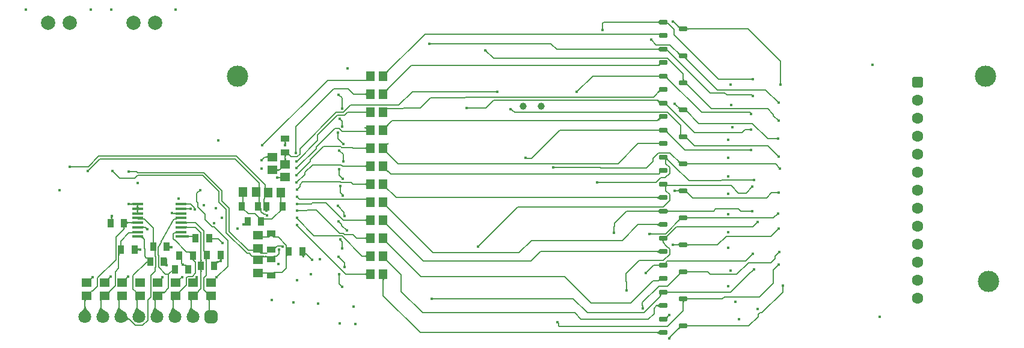
<source format=gbl>
G04*
G04 #@! TF.GenerationSoftware,Altium Limited,Altium Designer,23.11.1 (41)*
G04*
G04 Layer_Physical_Order=4*
G04 Layer_Color=16711680*
%FSLAX44Y44*%
%MOMM*%
G71*
G04*
G04 #@! TF.SameCoordinates,025D5C86-A068-4BC3-B2EE-C31E22AC0A5F*
G04*
G04*
G04 #@! TF.FilePolarity,Positive*
G04*
G01*
G75*
%ADD13C,0.2000*%
%ADD16R,0.9000X1.3000*%
%ADD19C,1.0000*%
%ADD20R,1.1500X1.3500*%
%ADD23R,1.3000X0.9000*%
%ADD46C,3.0000*%
%ADD47C,2.0000*%
%ADD48C,1.6000*%
G04:AMPARAMS|DCode=49|XSize=1.6mm|YSize=1.6mm|CornerRadius=0.4mm|HoleSize=0mm|Usage=FLASHONLY|Rotation=270.000|XOffset=0mm|YOffset=0mm|HoleType=Round|Shape=RoundedRectangle|*
%AMROUNDEDRECTD49*
21,1,1.6000,0.8000,0,0,270.0*
21,1,0.8000,1.6000,0,0,270.0*
1,1,0.8000,-0.4000,-0.4000*
1,1,0.8000,-0.4000,0.4000*
1,1,0.8000,0.4000,0.4000*
1,1,0.8000,0.4000,-0.4000*
%
%ADD49ROUNDEDRECTD49*%
%ADD50C,1.8000*%
G04:AMPARAMS|DCode=51|XSize=1.8mm|YSize=1.8mm|CornerRadius=0.45mm|HoleSize=0mm|Usage=FLASHONLY|Rotation=90.000|XOffset=0mm|YOffset=0mm|HoleType=Round|Shape=RoundedRectangle|*
%AMROUNDEDRECTD51*
21,1,1.8000,0.9000,0,0,90.0*
21,1,0.9000,1.8000,0,0,90.0*
1,1,0.9000,0.4500,0.4500*
1,1,0.9000,0.4500,-0.4500*
1,1,0.9000,-0.4500,-0.4500*
1,1,0.9000,-0.4500,0.4500*
%
%ADD51ROUNDEDRECTD51*%
%ADD52C,0.4500*%
G04:AMPARAMS|DCode=54|XSize=0.65mm|YSize=1.25mm|CornerRadius=0.1625mm|HoleSize=0mm|Usage=FLASHONLY|Rotation=270.000|XOffset=0mm|YOffset=0mm|HoleType=Round|Shape=RoundedRectangle|*
%AMROUNDEDRECTD54*
21,1,0.6500,0.9250,0,0,270.0*
21,1,0.3250,1.2500,0,0,270.0*
1,1,0.3250,-0.4625,-0.1625*
1,1,0.3250,-0.4625,0.1625*
1,1,0.3250,0.4625,0.1625*
1,1,0.3250,0.4625,-0.1625*
%
%ADD54ROUNDEDRECTD54*%
%ADD55R,1.3500X1.1500*%
%ADD56R,1.6000X0.4500*%
G36*
X385350Y302221D02*
X385180Y302160D01*
X385030Y302058D01*
X384900Y301916D01*
X384790Y301733D01*
X384700Y301510D01*
X384630Y301246D01*
X384580Y300941D01*
X384550Y300596D01*
X384540Y300210D01*
X382540D01*
X382530Y300596D01*
X382500Y300941D01*
X382450Y301246D01*
X382380Y301510D01*
X382290Y301733D01*
X382180Y301916D01*
X382050Y302058D01*
X381900Y302160D01*
X381730Y302221D01*
X381540Y302241D01*
X385540D01*
X385350Y302221D01*
D02*
G37*
G36*
X384590Y299071D02*
X382490D01*
X382500Y299090D01*
X382508Y299125D01*
X382515Y299177D01*
X382528Y299332D01*
X382539Y299847D01*
X382540Y300018D01*
X384540D01*
X384590Y299071D01*
D02*
G37*
G36*
X389869Y285886D02*
X389815Y285704D01*
X389818Y285494D01*
X389878Y285254D01*
X389994Y284986D01*
X390167Y284689D01*
X390396Y284362D01*
X390682Y284007D01*
X391424Y283211D01*
X390009Y281796D01*
X389597Y282195D01*
X388858Y282824D01*
X388531Y283053D01*
X388234Y283226D01*
X387966Y283342D01*
X387726Y283402D01*
X387516Y283405D01*
X387334Y283351D01*
X387181Y283241D01*
X389979Y286039D01*
X389869Y285886D01*
D02*
G37*
G36*
X385350Y283221D02*
X385180Y283160D01*
X385030Y283058D01*
X384900Y282916D01*
X384790Y282733D01*
X384700Y282510D01*
X384630Y282246D01*
X384580Y281941D01*
X384550Y281596D01*
X384540Y281210D01*
X382540D01*
X382530Y281596D01*
X382500Y281941D01*
X382450Y282246D01*
X382380Y282510D01*
X382290Y282733D01*
X382180Y282916D01*
X382050Y283058D01*
X381900Y283160D01*
X381730Y283221D01*
X381540Y283241D01*
X385540D01*
X385350Y283221D01*
D02*
G37*
G36*
X359071Y279030D02*
X359051Y279220D01*
X358990Y279390D01*
X358888Y279540D01*
X358746Y279670D01*
X358563Y279780D01*
X358340Y279870D01*
X358076Y279940D01*
X357771Y279990D01*
X357426Y280020D01*
X357040Y280030D01*
Y282030D01*
X357426Y282040D01*
X357771Y282070D01*
X358076Y282120D01*
X358340Y282190D01*
X358563Y282280D01*
X358746Y282390D01*
X358888Y282520D01*
X358990Y282670D01*
X359051Y282840D01*
X359071Y283030D01*
Y279030D01*
D02*
G37*
G36*
X352654Y277580D02*
X352020Y276875D01*
X350535Y278360D01*
X350555Y278366D01*
X350586Y278385D01*
X350628Y278417D01*
X350746Y278518D01*
X351119Y278874D01*
X351240Y278994D01*
X352654Y277580D01*
D02*
G37*
G36*
X384550Y278209D02*
X384580Y277869D01*
X384630Y277570D01*
X384700Y277309D01*
X384790Y277090D01*
X384900Y276910D01*
X385030Y276770D01*
X385180Y276670D01*
X385350Y276609D01*
X385540Y276590D01*
X381540D01*
X381730Y276609D01*
X381900Y276670D01*
X382050Y276770D01*
X382180Y276910D01*
X382290Y277090D01*
X382380Y277309D01*
X382450Y277570D01*
X382500Y277869D01*
X382530Y278209D01*
X382540Y278589D01*
X384540D01*
X384550Y278209D01*
D02*
G37*
G36*
X372469Y264340D02*
X372530Y264170D01*
X372632Y264020D01*
X372774Y263890D01*
X372957Y263780D01*
X373180Y263690D01*
X373444Y263620D01*
X373749Y263570D01*
X374094Y263540D01*
X374479Y263530D01*
Y261530D01*
X374094Y261520D01*
X373749Y261490D01*
X373444Y261440D01*
X373180Y261370D01*
X372957Y261280D01*
X372774Y261170D01*
X372632Y261040D01*
X372530Y260890D01*
X372469Y260720D01*
X372449Y260530D01*
Y264530D01*
X372469Y264340D01*
D02*
G37*
G36*
X373089Y253041D02*
X373125Y253032D01*
X373177Y253025D01*
X373332Y253013D01*
X373847Y253001D01*
X374018Y253000D01*
Y251000D01*
X373071Y250950D01*
Y253050D01*
X373089Y253041D01*
D02*
G37*
G36*
X376851Y250000D02*
X376831Y250190D01*
X376770Y250360D01*
X376668Y250510D01*
X376526Y250640D01*
X376343Y250750D01*
X376120Y250840D01*
X375856Y250910D01*
X375551Y250960D01*
X375206Y250990D01*
X374821Y251000D01*
Y253000D01*
X375206Y253010D01*
X375551Y253040D01*
X375856Y253090D01*
X376120Y253160D01*
X376343Y253250D01*
X376526Y253360D01*
X376668Y253490D01*
X376770Y253640D01*
X376831Y253810D01*
X376851Y254000D01*
Y250000D01*
D02*
G37*
G36*
X356010Y235336D02*
X356040Y234992D01*
X356090Y234688D01*
X356160Y234425D01*
X356250Y234202D01*
X356360Y234019D01*
X356490Y233876D01*
X356640Y233773D01*
X356810Y233711D01*
X357000Y233689D01*
X354030Y233720D01*
X354025Y233739D01*
X354020Y233799D01*
X354008Y234219D01*
X354000Y235720D01*
X356000D01*
X356010Y235336D01*
D02*
G37*
G36*
X164177Y215441D02*
X164215Y215427D01*
X164270Y215415D01*
X164342Y215404D01*
X164534Y215388D01*
X164947Y215376D01*
X165118Y215375D01*
X164892Y213375D01*
X163980Y213364D01*
X164155Y215457D01*
X164177Y215441D01*
D02*
G37*
G36*
X167530Y212375D02*
X167511Y212565D01*
X167451Y212735D01*
X167351Y212885D01*
X167211Y213015D01*
X167031Y213125D01*
X166810Y213215D01*
X166551Y213285D01*
X166250Y213335D01*
X165910Y213365D01*
X165530Y213375D01*
Y215375D01*
X165910Y215385D01*
X166250Y215415D01*
X166551Y215465D01*
X166810Y215535D01*
X167031Y215625D01*
X167211Y215735D01*
X167351Y215865D01*
X167451Y216015D01*
X167511Y216185D01*
X167530Y216375D01*
Y212375D01*
D02*
G37*
G36*
X177310Y212041D02*
X177140Y211980D01*
X176990Y211878D01*
X176860Y211736D01*
X176750Y211553D01*
X176660Y211330D01*
X176590Y211066D01*
X176579Y211000D01*
X176590Y210934D01*
X176660Y210670D01*
X176750Y210447D01*
X176860Y210264D01*
X176990Y210122D01*
X177140Y210020D01*
X177310Y209959D01*
X177500Y209939D01*
X173500D01*
X173690Y209959D01*
X173860Y210020D01*
X174010Y210122D01*
X174140Y210264D01*
X174250Y210447D01*
X174340Y210670D01*
X174410Y210934D01*
X174421Y211000D01*
X174410Y211066D01*
X174340Y211330D01*
X174250Y211553D01*
X174140Y211736D01*
X174010Y211878D01*
X173860Y211980D01*
X173690Y212041D01*
X173500Y212061D01*
X177500D01*
X177310Y212041D01*
D02*
G37*
G36*
Y205541D02*
X177140Y205480D01*
X176990Y205378D01*
X176860Y205236D01*
X176750Y205053D01*
X176660Y204830D01*
X176590Y204566D01*
X176579Y204500D01*
X176590Y204434D01*
X176660Y204170D01*
X176750Y203947D01*
X176860Y203764D01*
X176990Y203622D01*
X177140Y203520D01*
X177310Y203459D01*
X177500Y203439D01*
X173500D01*
X173690Y203459D01*
X173860Y203520D01*
X174010Y203622D01*
X174140Y203764D01*
X174250Y203947D01*
X174340Y204170D01*
X174410Y204434D01*
X174421Y204500D01*
X174410Y204566D01*
X174340Y204830D01*
X174250Y205053D01*
X174140Y205236D01*
X174010Y205378D01*
X173860Y205480D01*
X173690Y205541D01*
X173500Y205561D01*
X177500D01*
X177310Y205541D01*
D02*
G37*
G36*
X225468Y202350D02*
X225500Y202329D01*
X225549Y202311D01*
X225616Y202295D01*
X225700Y202281D01*
X225920Y202261D01*
X226209Y202251D01*
X226379Y202250D01*
X226199Y200250D01*
X224467Y200575D01*
X225453Y202374D01*
X225468Y202350D01*
D02*
G37*
G36*
X228531Y199250D02*
X228510Y199440D01*
X228451Y199610D01*
X228351Y199760D01*
X228211Y199890D01*
X228030Y200000D01*
X227810Y200090D01*
X227551Y200160D01*
X227250Y200210D01*
X226910Y200240D01*
X226530Y200250D01*
Y202250D01*
X226910Y202260D01*
X227250Y202290D01*
X227551Y202340D01*
X227810Y202410D01*
X228030Y202500D01*
X228211Y202610D01*
X228351Y202740D01*
X228451Y202890D01*
X228510Y203060D01*
X228531Y203250D01*
Y199250D01*
D02*
G37*
G36*
X140041Y196411D02*
X140032Y196375D01*
X140024Y196323D01*
X140013Y196168D01*
X140004Y195809D01*
X140010Y195584D01*
X140040Y195238D01*
X140090Y194934D01*
X140160Y194670D01*
X140250Y194447D01*
X140360Y194264D01*
X140490Y194122D01*
X140640Y194020D01*
X140810Y193959D01*
X141000Y193939D01*
X137000D01*
X137190Y193959D01*
X137360Y194020D01*
X137510Y194122D01*
X137640Y194264D01*
X137750Y194447D01*
X137840Y194670D01*
X137910Y194934D01*
X137960Y195238D01*
X137990Y195584D01*
X137992Y195643D01*
X137950Y196429D01*
X140050D01*
X140041Y196411D01*
D02*
G37*
G36*
X228531Y192530D02*
X228518Y192525D01*
X228480Y192519D01*
X228416Y192515D01*
X227499Y192500D01*
X227257Y192500D01*
Y194500D01*
X227499Y194503D01*
X228072Y194544D01*
X228212Y194568D01*
X228327Y194598D01*
X228416Y194634D01*
X228480Y194675D01*
X228518Y194721D01*
X228531Y194773D01*
Y192530D01*
D02*
G37*
G36*
X244459Y190060D02*
X244520Y189890D01*
X244622Y189740D01*
X244764Y189610D01*
X244947Y189500D01*
X245170Y189410D01*
X245434Y189340D01*
X245739Y189290D01*
X246084Y189260D01*
X246469Y189250D01*
Y187250D01*
X246084Y187240D01*
X245739Y187210D01*
X245434Y187160D01*
X245170Y187090D01*
X244947Y187000D01*
X244764Y186890D01*
X244622Y186760D01*
X244520Y186610D01*
X244459Y186440D01*
X244439Y186250D01*
Y190250D01*
X244459Y190060D01*
D02*
G37*
G36*
X167530Y186250D02*
X167511Y186440D01*
X167451Y186610D01*
X167351Y186760D01*
X167211Y186890D01*
X167031Y187000D01*
X166810Y187090D01*
X166551Y187160D01*
X166250Y187210D01*
X165910Y187240D01*
X165530Y187250D01*
Y189250D01*
X165910Y189260D01*
X166250Y189290D01*
X166551Y189340D01*
X166810Y189410D01*
X167031Y189500D01*
X167211Y189610D01*
X167351Y189740D01*
X167451Y189890D01*
X167511Y190060D01*
X167530Y190250D01*
Y186250D01*
D02*
G37*
G36*
X160959Y190060D02*
X161020Y189890D01*
X161122Y189740D01*
X161264Y189610D01*
X161447Y189500D01*
X161670Y189410D01*
X161934Y189340D01*
X162239Y189290D01*
X162584Y189260D01*
X162969Y189250D01*
Y187250D01*
X162584Y187240D01*
X162239Y187210D01*
X161934Y187160D01*
X161670Y187090D01*
X161447Y187000D01*
X161264Y186890D01*
X161122Y186760D01*
X161020Y186610D01*
X160959Y186440D01*
X160939Y186250D01*
Y190250D01*
X160959Y190060D01*
D02*
G37*
G36*
X244459Y183560D02*
X244520Y183390D01*
X244622Y183240D01*
X244764Y183110D01*
X244947Y183000D01*
X245170Y182910D01*
X245434Y182840D01*
X245739Y182790D01*
X246084Y182760D01*
X246469Y182750D01*
Y180750D01*
X246084Y180740D01*
X245739Y180710D01*
X245434Y180660D01*
X245170Y180590D01*
X244947Y180500D01*
X244764Y180390D01*
X244622Y180260D01*
X244520Y180110D01*
X244459Y179940D01*
X244439Y179750D01*
Y183750D01*
X244459Y183560D01*
D02*
G37*
G36*
X183459D02*
X183520Y183390D01*
X183622Y183240D01*
X183764Y183110D01*
X183947Y183000D01*
X184170Y182910D01*
X184434Y182840D01*
X184739Y182790D01*
X185084Y182760D01*
X185469Y182750D01*
Y180750D01*
X185084Y180740D01*
X184739Y180710D01*
X184434Y180660D01*
X184170Y180590D01*
X183947Y180500D01*
X183764Y180390D01*
X183622Y180260D01*
X183520Y180110D01*
X183459Y179940D01*
X183439Y179750D01*
Y183750D01*
X183459Y183560D01*
D02*
G37*
G36*
X188180Y181485D02*
X188692Y181037D01*
X188741Y181008D01*
X188780Y180991D01*
X188808Y180988D01*
X187509Y179338D01*
X186874Y179962D01*
X188059Y181605D01*
X188180Y181485D01*
D02*
G37*
G36*
X158196Y181012D02*
X158050Y180956D01*
X157921Y180863D01*
X157809Y180733D01*
X157715Y180566D01*
X157637Y180361D01*
X157577Y180120D01*
X157534Y179841D01*
X157509Y179525D01*
X157500Y179172D01*
X155500D01*
X155491Y179525D01*
X155466Y179841D01*
X155423Y180120D01*
X155363Y180361D01*
X155285Y180566D01*
X155191Y180733D01*
X155079Y180863D01*
X154950Y180956D01*
X154804Y181012D01*
X154641Y181031D01*
X158359D01*
X158196Y181012D01*
D02*
G37*
G36*
X228531Y173030D02*
X228518Y173025D01*
X228480Y173020D01*
X228416Y173015D01*
X227499Y173000D01*
X227257Y173000D01*
Y175000D01*
X227499Y175003D01*
X228072Y175044D01*
X228212Y175068D01*
X228327Y175098D01*
X228416Y175134D01*
X228480Y175175D01*
X228518Y175221D01*
X228531Y175273D01*
Y173030D01*
D02*
G37*
G36*
X167530D02*
X167511Y173025D01*
X167451Y173020D01*
X167031Y173008D01*
X165530Y173000D01*
Y175000D01*
X165910Y175010D01*
X166250Y175040D01*
X166551Y175090D01*
X166810Y175160D01*
X167031Y175250D01*
X167211Y175360D01*
X167351Y175490D01*
X167451Y175640D01*
X167511Y175810D01*
X167530Y176000D01*
Y173030D01*
D02*
G37*
G36*
X357377Y167031D02*
X357357Y167072D01*
X357297Y167110D01*
X357197Y167142D01*
X357057Y167171D01*
X356877Y167195D01*
X356397Y167230D01*
X355377Y167250D01*
Y169250D01*
X355761Y169260D01*
X356105Y169290D01*
X356409Y169340D01*
X356672Y169410D01*
X356895Y169500D01*
X357078Y169610D01*
X357221Y169740D01*
X357323Y169890D01*
X357386Y170060D01*
X357408Y170250D01*
X357377Y167031D01*
D02*
G37*
G36*
X351556Y170060D02*
X351617Y169890D01*
X351718Y169740D01*
X351861Y169610D01*
X352043Y169500D01*
X352267Y169410D01*
X352531Y169340D01*
X352835Y169290D01*
X353180Y169260D01*
X353566Y169250D01*
Y167250D01*
X353180Y167240D01*
X352835Y167210D01*
X352531Y167160D01*
X352267Y167090D01*
X352043Y167000D01*
X351861Y166890D01*
X351718Y166760D01*
X351617Y166610D01*
X351556Y166440D01*
X351536Y166250D01*
Y170250D01*
X351556Y170060D01*
D02*
G37*
G36*
X183329Y169206D02*
X183275Y169024D01*
X183278Y168814D01*
X183338Y168574D01*
X183454Y168306D01*
X183627Y168009D01*
X183856Y167682D01*
X184142Y167327D01*
X184884Y166530D01*
X183470Y165116D01*
X183057Y165515D01*
X182318Y166144D01*
X181991Y166373D01*
X181694Y166546D01*
X181426Y166662D01*
X181186Y166721D01*
X180976Y166725D01*
X180794Y166671D01*
X180641Y166561D01*
X183439Y169359D01*
X183329Y169206D01*
D02*
G37*
G36*
X153010Y158589D02*
X153040Y158250D01*
X153090Y157949D01*
X153160Y157690D01*
X153250Y157470D01*
X153360Y157289D01*
X153490Y157149D01*
X153640Y157050D01*
X153810Y156989D01*
X154000Y156969D01*
X150000D01*
X150190Y156989D01*
X150360Y157050D01*
X150510Y157149D01*
X150640Y157289D01*
X150750Y157470D01*
X150840Y157690D01*
X150910Y157949D01*
X150960Y158250D01*
X150990Y158589D01*
X151000Y158969D01*
X153000D01*
X153010Y158589D01*
D02*
G37*
G36*
X220959Y155310D02*
X221020Y155140D01*
X221122Y154990D01*
X221264Y154860D01*
X221410Y154772D01*
X221486Y154824D01*
X221572Y154900D01*
Y154700D01*
X221670Y154660D01*
X221934Y154590D01*
X222239Y154540D01*
X222584Y154510D01*
X222969Y154500D01*
Y152500D01*
X222584Y152490D01*
X222239Y152460D01*
X221934Y152410D01*
X221670Y152340D01*
X221572Y152300D01*
Y152100D01*
X221486Y152176D01*
X221410Y152228D01*
X221264Y152140D01*
X221122Y152010D01*
X221020Y151860D01*
X220959Y151690D01*
X220939Y151500D01*
Y152414D01*
X220842Y152436D01*
X220670Y152464D01*
X220484Y152484D01*
X220068Y152500D01*
Y154500D01*
X220283Y154504D01*
X220670Y154536D01*
X220842Y154564D01*
X220939Y154586D01*
Y155500D01*
X220959Y155310D01*
D02*
G37*
G36*
X175959Y152310D02*
X176020Y152140D01*
X176122Y151990D01*
X176264Y151860D01*
X176447Y151750D01*
X176670Y151660D01*
X176934Y151590D01*
X177196Y151547D01*
X177301Y151564D01*
X177458Y151600D01*
X177602Y151644D01*
X177731Y151696D01*
X177845Y151756D01*
X177945Y151824D01*
X178030Y151900D01*
Y149100D01*
X177945Y149176D01*
X177845Y149244D01*
X177731Y149304D01*
X177602Y149356D01*
X177458Y149400D01*
X177301Y149436D01*
X177196Y149453D01*
X176934Y149410D01*
X176670Y149340D01*
X176447Y149250D01*
X176264Y149140D01*
X176122Y149010D01*
X176020Y148860D01*
X175959Y148690D01*
X175939Y148500D01*
Y152500D01*
X175959Y152310D01*
D02*
G37*
G36*
X249030Y147970D02*
X249061Y145000D01*
X249039Y145190D01*
X248976Y145360D01*
X248874Y145510D01*
X248731Y145640D01*
X248548Y145750D01*
X248325Y145840D01*
X248062Y145910D01*
X247758Y145960D01*
X247414Y145990D01*
X247031Y146000D01*
Y148000D01*
X249030Y147970D01*
D02*
G37*
G36*
X150810Y144039D02*
X150640Y143976D01*
X150490Y143874D01*
X150360Y143731D01*
X150250Y143548D01*
X150160Y143325D01*
X150090Y143062D01*
X150040Y142758D01*
X150010Y142414D01*
X150000Y142030D01*
X148000D01*
X148031Y144031D01*
X151000Y144061D01*
X150810Y144039D01*
D02*
G37*
G36*
X386810Y141539D02*
X386640Y141476D01*
X386490Y141374D01*
X386360Y141231D01*
X386250Y141048D01*
X386160Y140825D01*
X386090Y140562D01*
X386040Y140258D01*
X386010Y139915D01*
X386000Y139530D01*
X384000D01*
X384030Y141531D01*
X387000Y141561D01*
X386810Y141539D01*
D02*
G37*
G36*
X357408Y138500D02*
X357386Y138690D01*
X357324Y138860D01*
X357221Y139010D01*
X357079Y139140D01*
X356896Y139250D01*
X356673Y139340D01*
X356409Y139410D01*
X356105Y139460D01*
X355761Y139490D01*
X355377Y139500D01*
Y141500D01*
X355757Y141505D01*
X356657Y141575D01*
X356877Y141617D01*
X357057Y141669D01*
X357197Y141730D01*
X357297Y141800D01*
X357357Y141880D01*
X357377Y141969D01*
X357408Y138500D01*
D02*
G37*
G36*
X351586Y141880D02*
X351646Y141800D01*
X351746Y141730D01*
X351886Y141669D01*
X352066Y141617D01*
X352286Y141575D01*
X352546Y141542D01*
X353186Y141505D01*
X353566Y141500D01*
Y139500D01*
X353182Y139490D01*
X352838Y139460D01*
X352534Y139410D01*
X352271Y139340D01*
X352048Y139250D01*
X351865Y139140D01*
X351722Y139010D01*
X351620Y138860D01*
X351558Y138690D01*
X351536Y138500D01*
X351566Y141969D01*
X351586Y141880D01*
D02*
G37*
G36*
X294024Y136061D02*
X294530D01*
X294430Y136045D01*
X294340Y135998D01*
X294260Y135920D01*
X294191Y135811D01*
X294133Y135671D01*
X294085Y135499D01*
X294048Y135296D01*
X294021Y135062D01*
X294005Y134797D01*
X294000Y134500D01*
X292000D01*
X291995Y134797D01*
X291952Y135296D01*
X291915Y135499D01*
X291867Y135671D01*
X291809Y135811D01*
X291740Y135920D01*
X291660Y135998D01*
X291570Y136045D01*
X291469Y136061D01*
X291993D01*
X291999Y136347D01*
X292000Y136518D01*
X294000D01*
X294024Y136061D01*
D02*
G37*
G36*
X274060Y136041D02*
X273890Y135980D01*
X273740Y135878D01*
X273610Y135736D01*
X273500Y135553D01*
X273410Y135330D01*
X273340Y135066D01*
X273290Y134761D01*
X273260Y134416D01*
X273250Y134031D01*
X271250D01*
X271240Y134416D01*
X271210Y134761D01*
X271160Y135066D01*
X271090Y135330D01*
X271000Y135553D01*
X270890Y135736D01*
X270760Y135878D01*
X270610Y135980D01*
X270440Y136041D01*
X270250Y136061D01*
X274250D01*
X274060Y136041D01*
D02*
G37*
G36*
X266010Y135590D02*
X266040Y135250D01*
X266090Y134950D01*
X266160Y134690D01*
X266250Y134469D01*
X266360Y134290D01*
X266490Y134150D01*
X266640Y134050D01*
X266810Y133989D01*
X267000Y133969D01*
X263000D01*
X263190Y133989D01*
X263360Y134050D01*
X263510Y134150D01*
X263640Y134290D01*
X263750Y134469D01*
X263840Y134690D01*
X263910Y134950D01*
X263960Y135250D01*
X263990Y135590D01*
X264000Y135969D01*
X266000D01*
X266010Y135590D01*
D02*
G37*
G36*
X289970Y132000D02*
X289585Y131990D01*
X289242Y131960D01*
X288938Y131910D01*
X288675Y131840D01*
X288452Y131750D01*
X288269Y131640D01*
X288126Y131510D01*
X288023Y131360D01*
X287961Y131190D01*
X287939Y131000D01*
X287969Y133969D01*
X289970Y134000D01*
Y132000D01*
D02*
G37*
G36*
X266810Y121041D02*
X266640Y120980D01*
X266490Y120878D01*
X266360Y120736D01*
X266250Y120553D01*
X266160Y120330D01*
X266090Y120066D01*
X266040Y119761D01*
X266010Y119416D01*
X266000Y119031D01*
X264000D01*
X263990Y119416D01*
X263960Y119761D01*
X263910Y120066D01*
X263840Y120330D01*
X263750Y120553D01*
X263640Y120736D01*
X263510Y120878D01*
X263360Y120980D01*
X263190Y121041D01*
X263000Y121061D01*
X267000D01*
X266810Y121041D01*
D02*
G37*
G36*
X262134Y90719D02*
X261735Y90307D01*
X261106Y89568D01*
X260877Y89241D01*
X260704Y88944D01*
X260588Y88676D01*
X260529Y88436D01*
X260525Y88226D01*
X260579Y88044D01*
X260689Y87891D01*
X257891Y90689D01*
X258044Y90579D01*
X258226Y90525D01*
X258436Y90528D01*
X258676Y90588D01*
X258944Y90704D01*
X259241Y90877D01*
X259568Y91106D01*
X259923Y91392D01*
X260720Y92134D01*
X262134Y90719D01*
D02*
G37*
G36*
X137134D02*
X136735Y90307D01*
X136106Y89568D01*
X135877Y89241D01*
X135704Y88944D01*
X135588Y88676D01*
X135528Y88436D01*
X135525Y88226D01*
X135579Y88044D01*
X135689Y87891D01*
X132891Y90689D01*
X133044Y90579D01*
X133226Y90525D01*
X133436Y90528D01*
X133676Y90588D01*
X133944Y90704D01*
X134241Y90877D01*
X134568Y91106D01*
X134923Y91392D01*
X135719Y92134D01*
X137134Y90719D01*
D02*
G37*
G36*
X272693Y91735D02*
X273432Y91106D01*
X273759Y90877D01*
X274056Y90704D01*
X274324Y90588D01*
X274564Y90528D01*
X274774Y90525D01*
X274956Y90579D01*
X275109Y90689D01*
X272311Y87891D01*
X272421Y88044D01*
X272474Y88226D01*
X272472Y88436D01*
X272412Y88676D01*
X272296Y88944D01*
X272123Y89241D01*
X271894Y89568D01*
X271608Y89923D01*
X270866Y90719D01*
X272281Y92134D01*
X272693Y91735D01*
D02*
G37*
G36*
X212649Y88750D02*
X212279Y88741D01*
X211947Y88713D01*
X211654Y88666D01*
X211399Y88601D01*
X211184Y88518D01*
X211007Y88415D01*
X210870Y88294D01*
X210770Y88155D01*
X210710Y87997D01*
X210689Y87820D01*
X210720Y90719D01*
X210739Y90725D01*
X210797Y90730D01*
X211028Y90739D01*
X212649Y90750D01*
Y88750D01*
D02*
G37*
G36*
X278210Y79261D02*
X278040Y79201D01*
X277890Y79100D01*
X277760Y78960D01*
X277650Y78780D01*
X277560Y78561D01*
X277490Y78300D01*
X277440Y78000D01*
X277410Y77660D01*
X277400Y77281D01*
X275400D01*
X275390Y77660D01*
X275360Y78000D01*
X275310Y78300D01*
X275240Y78561D01*
X275150Y78780D01*
X275040Y78960D01*
X274910Y79100D01*
X274760Y79201D01*
X274590Y79261D01*
X274400Y79281D01*
X278400D01*
X278210Y79261D01*
D02*
G37*
G36*
X252810D02*
X252640Y79201D01*
X252490Y79100D01*
X252360Y78960D01*
X252250Y78780D01*
X252160Y78561D01*
X252090Y78300D01*
X252040Y78000D01*
X252010Y77660D01*
X252000Y77281D01*
X250000D01*
X249990Y77660D01*
X249960Y78000D01*
X249910Y78300D01*
X249840Y78561D01*
X249750Y78780D01*
X249640Y78960D01*
X249510Y79100D01*
X249360Y79201D01*
X249190Y79261D01*
X249000Y79281D01*
X253000D01*
X252810Y79261D01*
D02*
G37*
G36*
X227410D02*
X227240Y79201D01*
X227090Y79100D01*
X226960Y78960D01*
X226850Y78780D01*
X226760Y78561D01*
X226690Y78300D01*
X226640Y78000D01*
X226610Y77660D01*
X226600Y77281D01*
X224600D01*
X224590Y77660D01*
X224560Y78000D01*
X224510Y78300D01*
X224440Y78561D01*
X224350Y78780D01*
X224240Y78960D01*
X224110Y79100D01*
X223960Y79201D01*
X223790Y79261D01*
X223600Y79281D01*
X227600D01*
X227410Y79261D01*
D02*
G37*
G36*
X202010D02*
X201840Y79201D01*
X201690Y79100D01*
X201560Y78960D01*
X201450Y78780D01*
X201360Y78561D01*
X201290Y78300D01*
X201240Y78000D01*
X201210Y77660D01*
X201200Y77281D01*
X199200D01*
X199190Y77660D01*
X199160Y78000D01*
X199110Y78300D01*
X199040Y78561D01*
X198950Y78780D01*
X198840Y78960D01*
X198710Y79100D01*
X198560Y79201D01*
X198390Y79261D01*
X198200Y79281D01*
X202200D01*
X202010Y79261D01*
D02*
G37*
G36*
X176610D02*
X176440Y79201D01*
X176290Y79100D01*
X176160Y78960D01*
X176050Y78780D01*
X175960Y78561D01*
X175890Y78300D01*
X175840Y78000D01*
X175810Y77660D01*
X175800Y77281D01*
X173800D01*
X173790Y77660D01*
X173760Y78000D01*
X173710Y78300D01*
X173640Y78561D01*
X173550Y78780D01*
X173440Y78960D01*
X173310Y79100D01*
X173160Y79201D01*
X172990Y79261D01*
X172800Y79281D01*
X176800D01*
X176610Y79261D01*
D02*
G37*
G36*
X151210D02*
X151040Y79201D01*
X150890Y79100D01*
X150760Y78960D01*
X150650Y78780D01*
X150560Y78561D01*
X150490Y78300D01*
X150440Y78000D01*
X150410Y77660D01*
X150400Y77281D01*
X148400D01*
X148390Y77660D01*
X148360Y78000D01*
X148310Y78300D01*
X148240Y78561D01*
X148150Y78780D01*
X148040Y78960D01*
X147910Y79100D01*
X147760Y79201D01*
X147590Y79261D01*
X147400Y79281D01*
X151400D01*
X151210Y79261D01*
D02*
G37*
G36*
X125810D02*
X125640Y79201D01*
X125490Y79100D01*
X125360Y78960D01*
X125250Y78780D01*
X125160Y78561D01*
X125090Y78300D01*
X125040Y78000D01*
X125010Y77660D01*
X125000Y77281D01*
X123000D01*
X122993Y77660D01*
X122935Y78300D01*
X122885Y78561D01*
X122820Y78780D01*
X122741Y78960D01*
X122647Y79100D01*
X122540Y79201D01*
X122417Y79261D01*
X122281Y79281D01*
X126000D01*
X125810Y79261D01*
D02*
G37*
G36*
X103471D02*
X103301Y79201D01*
X103151Y79100D01*
X103021Y78960D01*
X102912Y78780D01*
X102821Y78561D01*
X102751Y78300D01*
X102701Y78000D01*
X102671Y77660D01*
X102661Y77281D01*
X100661D01*
X100651Y77660D01*
X100621Y78000D01*
X100571Y78300D01*
X100501Y78561D01*
X100411Y78780D01*
X100302Y78960D01*
X100171Y79100D01*
X100021Y79201D01*
X99851Y79261D01*
X99661Y79281D01*
X103661D01*
X103471Y79261D01*
D02*
G37*
G36*
X277410Y66019D02*
X277440Y65672D01*
X277490Y65366D01*
X277560Y65101D01*
X277650Y64877D01*
X277760Y64695D01*
X277890Y64553D01*
X278040Y64454D01*
X278210Y64395D01*
X278400Y64378D01*
X274404Y64312D01*
X274593Y64336D01*
X274762Y64401D01*
X274912Y64507D01*
X275041Y64655D01*
X275151Y64844D01*
X275241Y65074D01*
X275310Y65346D01*
X275360Y65659D01*
X275390Y66013D01*
X275400Y66408D01*
X277400D01*
X277410Y66019D01*
D02*
G37*
G36*
X102661Y69737D02*
X102714Y69171D01*
X102873Y68554D01*
X103137Y67886D01*
X103507Y67167D01*
X103982Y66397D01*
X104563Y65576D01*
X106042Y63782D01*
X106940Y62808D01*
X107944Y61784D01*
X95344Y61870D01*
X96354Y62874D01*
X98747Y65599D01*
X99332Y66411D01*
X99811Y67175D01*
X100183Y67891D01*
X100449Y68559D01*
X100608Y69179D01*
X100661Y69751D01*
X102661Y69737D01*
D02*
G37*
G36*
X252058Y68918D02*
X252232Y68273D01*
X252522Y67640D01*
X252927Y67020D01*
X253449Y66412D01*
X254087Y65817D01*
X254841Y65234D01*
X255710Y64664D01*
X256696Y64106D01*
X257797Y63560D01*
X245918Y59360D01*
X250000Y68862D01*
X252000Y69575D01*
X252058Y68918D01*
D02*
G37*
G36*
X226658D02*
X226832Y68273D01*
X227122Y67640D01*
X227528Y67020D01*
X228049Y66412D01*
X228687Y65817D01*
X229441Y65234D01*
X230310Y64664D01*
X231296Y64106D01*
X232397Y63560D01*
X220518Y59360D01*
X224600Y68862D01*
X226600Y69575D01*
X226658Y68918D01*
D02*
G37*
G36*
X201258D02*
X201432Y68273D01*
X201722Y67640D01*
X202127Y67020D01*
X202649Y66412D01*
X203287Y65817D01*
X204041Y65234D01*
X204910Y64664D01*
X205896Y64106D01*
X206997Y63560D01*
X195118Y59360D01*
X199200Y68862D01*
X201200Y69575D01*
X201258Y68918D01*
D02*
G37*
G36*
X175858D02*
X176032Y68273D01*
X176322Y67640D01*
X176728Y67020D01*
X177249Y66412D01*
X177887Y65817D01*
X178641Y65234D01*
X179510Y64664D01*
X180496Y64106D01*
X181597Y63560D01*
X169718Y59360D01*
X173800Y68862D01*
X175800Y69575D01*
X175858Y68918D01*
D02*
G37*
G36*
X150458D02*
X150632Y68273D01*
X150922Y67640D01*
X151327Y67020D01*
X151849Y66412D01*
X152487Y65817D01*
X153241Y65234D01*
X154110Y64664D01*
X155096Y64106D01*
X156197Y63560D01*
X144318Y59360D01*
X148400Y68862D01*
X150400Y69575D01*
X150458Y68918D01*
D02*
G37*
G36*
X125058D02*
X125232Y68273D01*
X125522Y67640D01*
X125927Y67020D01*
X126449Y66412D01*
X127087Y65817D01*
X127841Y65234D01*
X128710Y64664D01*
X129696Y64106D01*
X130797Y63560D01*
X118918Y59360D01*
X123000Y68862D01*
X125000Y69575D01*
X125058Y68918D01*
D02*
G37*
G36*
X161437Y55418D02*
X161532Y54982D01*
X161672Y54597D01*
X161856Y54263D01*
X162084Y53980D01*
X162357Y53749D01*
X162674Y53570D01*
X163035Y53441D01*
X163441Y53364D01*
X163891Y53338D01*
Y51339D01*
X163307Y51318D01*
X162743Y51255D01*
X162201Y51152D01*
X161679Y51006D01*
X161178Y50820D01*
X160697Y50591D01*
X160237Y50321D01*
X159798Y50010D01*
X159380Y49657D01*
X158983Y49263D01*
X161386Y55906D01*
X161437Y55418D01*
D02*
G37*
G36*
X931734Y472158D02*
X930699Y470364D01*
X930578Y470484D01*
X930121Y470885D01*
X930060Y470926D01*
X930009Y470954D01*
X929967Y470968D01*
X929936Y470970D01*
X931116Y472706D01*
X931734Y472158D01*
D02*
G37*
G36*
X909454Y469222D02*
X909433Y469411D01*
X909370Y469580D01*
X909264Y469729D01*
X909117Y469858D01*
X908928Y469967D01*
X908696Y470057D01*
X908422Y470126D01*
X908107Y470176D01*
X907749Y470206D01*
X907349Y470216D01*
Y472216D01*
X907749Y472226D01*
X908107Y472256D01*
X908422Y472305D01*
X908696Y472375D01*
X908928Y472464D01*
X909117Y472574D01*
X909264Y472703D01*
X909370Y472852D01*
X909433Y473021D01*
X909454Y473210D01*
Y469222D01*
D02*
G37*
G36*
X938013Y465893D02*
X938743Y465274D01*
X939062Y465051D01*
X939351Y464887D01*
X939610Y464781D01*
X939838Y464732D01*
X940035Y464742D01*
X940202Y464810D01*
X940339Y464936D01*
X937880Y461800D01*
X937975Y461968D01*
X938017Y462161D01*
X938005Y462380D01*
X937941Y462625D01*
X937823Y462895D01*
X937652Y463191D01*
X937427Y463512D01*
X937150Y463858D01*
X936435Y464628D01*
X937602Y466290D01*
X938013Y465893D01*
D02*
G37*
G36*
X831050Y461071D02*
X828950D01*
X828960Y461090D01*
X828968Y461125D01*
X828976Y461177D01*
X828988Y461332D01*
X828999Y461847D01*
X829000Y462018D01*
X831000D01*
X831050Y461071D01*
D02*
G37*
G36*
X950267Y463521D02*
X950330Y463352D01*
X950436Y463203D01*
X950583Y463074D01*
X950772Y462965D01*
X951004Y462875D01*
X951277Y462805D01*
X951593Y462756D01*
X951951Y462726D01*
X952351Y462716D01*
Y460716D01*
X951951Y460706D01*
X951593Y460676D01*
X951277Y460626D01*
X951004Y460557D01*
X950772Y460467D01*
X950583Y460358D01*
X950436Y460229D01*
X950330Y460080D01*
X950267Y459911D01*
X950246Y459722D01*
Y463710D01*
X950267Y463521D01*
D02*
G37*
G36*
X909454Y431122D02*
X909433Y431311D01*
X909370Y431480D01*
X909264Y431629D01*
X909117Y431758D01*
X908928Y431867D01*
X908696Y431957D01*
X908422Y432026D01*
X908107Y432076D01*
X907749Y432106D01*
X907349Y432116D01*
Y434116D01*
X907749Y434126D01*
X908107Y434156D01*
X908422Y434205D01*
X908696Y434275D01*
X908928Y434365D01*
X909117Y434474D01*
X909264Y434603D01*
X909370Y434752D01*
X909433Y434921D01*
X909454Y435110D01*
Y431122D01*
D02*
G37*
G36*
X666986Y431765D02*
X667005Y431734D01*
X667037Y431692D01*
X667138Y431574D01*
X667494Y431202D01*
X667614Y431080D01*
X666200Y429666D01*
X665495Y430300D01*
X666980Y431785D01*
X666986Y431765D01*
D02*
G37*
G36*
X938290Y427854D02*
X939018Y427236D01*
X939340Y427012D01*
X939633Y426843D01*
X939899Y426730D01*
X940136Y426673D01*
X940344Y426671D01*
X940525Y426726D01*
X940678Y426836D01*
X937880Y424038D01*
X937990Y424191D01*
X938045Y424371D01*
X938043Y424580D01*
X937986Y424817D01*
X937873Y425083D01*
X937704Y425376D01*
X937480Y425698D01*
X937199Y426048D01*
X936470Y426832D01*
X937884Y428246D01*
X938290Y427854D01*
D02*
G37*
G36*
X949521Y420761D02*
X949349Y420692D01*
X949238Y420590D01*
X949187Y420455D01*
X949199Y420287D01*
X949271Y420087D01*
X949405Y419854D01*
X949599Y419588D01*
X949855Y419289D01*
X950173Y418958D01*
X947351Y418951D01*
X947045Y419243D01*
X946448Y419729D01*
X946157Y419923D01*
X945872Y420084D01*
X945592Y420212D01*
X945316Y420307D01*
X945047Y420369D01*
X944782Y420399D01*
X944522Y420396D01*
X949755Y420798D01*
X949521Y420761D01*
D02*
G37*
G36*
X912170Y410896D02*
X912067Y410922D01*
X911935Y410906D01*
X911776Y410850D01*
X911590Y410751D01*
X911375Y410612D01*
X911133Y410431D01*
X910565Y409945D01*
X909885Y409293D01*
X908471Y410707D01*
X908731Y410974D01*
X909290Y411636D01*
X909402Y411810D01*
X909478Y411962D01*
X909517Y412090D01*
X909518Y412195D01*
X909483Y412277D01*
X909411Y412335D01*
X912170Y410896D01*
D02*
G37*
G36*
X528684Y401735D02*
X528288Y401325D01*
X527665Y400590D01*
X527439Y400265D01*
X527269Y399968D01*
X527156Y399699D01*
X527100Y399459D01*
Y399246D01*
X527156Y399063D01*
X527269Y398907D01*
X524441Y401735D01*
X524596Y401622D01*
X524780Y401566D01*
X524992D01*
X525233Y401622D01*
X525502Y401735D01*
X525799Y401905D01*
X526124Y402132D01*
X526478Y402414D01*
X527269Y403150D01*
X528684Y401735D01*
D02*
G37*
G36*
X921710Y394441D02*
X921655Y394260D01*
X921656Y394052D01*
X921714Y393815D01*
X921827Y393549D01*
X921996Y393256D01*
X922220Y392934D01*
X922501Y392584D01*
X923230Y391800D01*
X921816Y390386D01*
X921409Y390778D01*
X920682Y391396D01*
X920360Y391620D01*
X920067Y391789D01*
X919801Y391902D01*
X919564Y391959D01*
X919355Y391961D01*
X919175Y391906D01*
X919022Y391796D01*
X921820Y394594D01*
X921710Y394441D01*
D02*
G37*
G36*
X945110Y390381D02*
X945140Y390036D01*
X945190Y389731D01*
X945260Y389467D01*
X945350Y389244D01*
X945460Y389061D01*
X945590Y388919D01*
X945740Y388817D01*
X945910Y388757D01*
X946100Y388736D01*
X942100D01*
X942290Y388757D01*
X942460Y388817D01*
X942610Y388919D01*
X942740Y389061D01*
X942850Y389244D01*
X942940Y389467D01*
X943010Y389731D01*
X943060Y390036D01*
X943090Y390381D01*
X943100Y390767D01*
X945100D01*
X945110Y390381D01*
D02*
G37*
G36*
X528684Y376335D02*
X528288Y375925D01*
X527665Y375190D01*
X527439Y374865D01*
X527269Y374568D01*
X527156Y374299D01*
X527100Y374059D01*
Y373847D01*
X527156Y373663D01*
X527269Y373507D01*
X524441Y376335D01*
X524596Y376222D01*
X524780Y376166D01*
X524992D01*
X525233Y376222D01*
X525502Y376335D01*
X525799Y376505D01*
X526124Y376731D01*
X526478Y377014D01*
X527269Y377750D01*
X528684Y376335D01*
D02*
G37*
G36*
X912178Y372796D02*
X912025Y372906D01*
X911844Y372961D01*
X911636Y372959D01*
X911399Y372902D01*
X911133Y372789D01*
X910840Y372620D01*
X910518Y372396D01*
X910169Y372115D01*
X909384Y371386D01*
X907970Y372800D01*
X908362Y373206D01*
X908980Y373934D01*
X909204Y374256D01*
X909373Y374549D01*
X909486Y374815D01*
X909543Y375052D01*
X909545Y375261D01*
X909490Y375441D01*
X909380Y375594D01*
X912178Y372796D01*
D02*
G37*
G36*
X497361Y367616D02*
X497341Y367806D01*
X497280Y367976D01*
X497178Y368126D01*
X497036Y368256D01*
X496853Y368366D01*
X496630Y368456D01*
X496366Y368526D01*
X496061Y368576D01*
X495716Y368606D01*
X495330Y368616D01*
Y370616D01*
X495716Y370626D01*
X496061Y370656D01*
X496366Y370706D01*
X496630Y370776D01*
X496853Y370866D01*
X497036Y370976D01*
X497178Y371106D01*
X497280Y371256D01*
X497341Y371426D01*
X497361Y371616D01*
Y367616D01*
D02*
G37*
G36*
X909367Y361061D02*
X910098Y360441D01*
X910416Y360220D01*
X910703Y360057D01*
X910958Y359955D01*
X911181Y359911D01*
X911373Y359927D01*
X911533Y360002D01*
X911662Y360136D01*
X909380Y356822D01*
X909462Y357003D01*
X909485Y357215D01*
X909447Y357461D01*
X909349Y357738D01*
X909191Y358049D01*
X908973Y358391D01*
X908694Y358767D01*
X908356Y359175D01*
X907497Y360088D01*
X908954Y361460D01*
X909367Y361061D01*
D02*
G37*
G36*
X934125Y355547D02*
X932948Y353896D01*
X932826Y354016D01*
X932314Y354464D01*
X932265Y354493D01*
X932226Y354510D01*
X932197Y354513D01*
X933491Y356167D01*
X934125Y355547D01*
D02*
G37*
G36*
X640148Y351032D02*
X640183Y351024D01*
X640235Y351016D01*
X640390Y351004D01*
X640905Y350992D01*
X641076Y350992D01*
Y348992D01*
X640129Y348942D01*
Y351042D01*
X640148Y351032D01*
D02*
G37*
G36*
X938079Y351607D02*
X938808Y350989D01*
X939128Y350766D01*
X939418Y350600D01*
X939678Y350492D01*
X939908Y350442D01*
X940109Y350449D01*
X940279Y350514D01*
X940420Y350636D01*
X937880Y347580D01*
X937978Y347745D01*
X938023Y347935D01*
X938014Y348152D01*
X937950Y348396D01*
X937832Y348665D01*
X937661Y348961D01*
X937436Y349284D01*
X937156Y349632D01*
X936435Y350409D01*
X937669Y352003D01*
X938079Y351607D01*
D02*
G37*
G36*
X702588Y348605D02*
X702610Y348577D01*
X702647Y348538D01*
X702762Y348433D01*
X703158Y348105D01*
X703292Y347999D01*
X702055Y346428D01*
X701280Y346974D01*
X702579Y348624D01*
X702588Y348605D01*
D02*
G37*
G36*
X912985Y334696D02*
X912790Y334764D01*
X912564Y334773D01*
X912306Y334723D01*
X912016Y334612D01*
X911693Y334442D01*
X911339Y334212D01*
X910953Y333923D01*
X910535Y333574D01*
X909602Y332697D01*
X908168Y334091D01*
X908559Y334496D01*
X909160Y335208D01*
X909371Y335516D01*
X909522Y335792D01*
X909614Y336035D01*
X909645Y336246D01*
X909616Y336425D01*
X909528Y336572D01*
X909380Y336687D01*
X912985Y334696D01*
D02*
G37*
G36*
X528684Y325540D02*
X528288Y325129D01*
X527665Y324394D01*
X527439Y324069D01*
X527270Y323772D01*
X527156Y323503D01*
X527100Y323263D01*
Y323050D01*
X527156Y322867D01*
X527270Y322711D01*
X524441Y325540D01*
X524597Y325426D01*
X524780Y325370D01*
X524993D01*
X525233Y325426D01*
X525502Y325540D01*
X525799Y325709D01*
X526124Y325936D01*
X526478Y326218D01*
X527270Y326954D01*
X528684Y325540D01*
D02*
G37*
G36*
X497361Y320000D02*
X497341Y320190D01*
X497280Y320360D01*
X497178Y320510D01*
X497036Y320640D01*
X496853Y320750D01*
X496630Y320840D01*
X496366Y320910D01*
X496061Y320960D01*
X495716Y320990D01*
X495330Y321000D01*
Y323000D01*
X495716Y323010D01*
X496061Y323040D01*
X496366Y323090D01*
X496630Y323160D01*
X496853Y323250D01*
X497036Y323360D01*
X497178Y323490D01*
X497280Y323640D01*
X497341Y323810D01*
X497361Y324000D01*
Y320000D01*
D02*
G37*
G36*
X921710Y318241D02*
X921655Y318060D01*
X921656Y317852D01*
X921714Y317615D01*
X921827Y317349D01*
X921996Y317056D01*
X922220Y316734D01*
X922501Y316385D01*
X923230Y315600D01*
X921816Y314186D01*
X921409Y314578D01*
X920682Y315196D01*
X920360Y315420D01*
X920067Y315589D01*
X919801Y315702D01*
X919564Y315759D01*
X919355Y315761D01*
X919175Y315706D01*
X919022Y315596D01*
X921820Y318394D01*
X921710Y318241D01*
D02*
G37*
G36*
X941485Y314164D02*
X941515Y313806D01*
X941565Y313492D01*
X941635Y313223D01*
X941725Y312997D01*
X941835Y312816D01*
X941965Y312680D01*
X942115Y312588D01*
X942285Y312540D01*
X942475Y312536D01*
X938492Y312165D01*
X938679Y312206D01*
X938846Y312291D01*
X938993Y312420D01*
X939121Y312593D01*
X939229Y312811D01*
X939318Y313074D01*
X939387Y313380D01*
X939436Y313731D01*
X939465Y314127D01*
X939475Y314567D01*
X941475D01*
X941485Y314164D01*
D02*
G37*
G36*
X529269Y298816D02*
X528889Y298806D01*
X528549Y298776D01*
X528250Y298726D01*
X527989Y298656D01*
X527770Y298566D01*
X527589Y298456D01*
X527449Y298326D01*
X527350Y298176D01*
X527289Y298006D01*
X527270Y297816D01*
Y300140D01*
X527289Y300268D01*
X527350Y300383D01*
X527449Y300485D01*
X527589Y300572D01*
X527770Y300647D01*
X527989Y300708D01*
X528250Y300755D01*
X528549Y300789D01*
X528889Y300809D01*
X529269Y300816D01*
Y298816D01*
D02*
G37*
G36*
X497361Y291420D02*
X497341Y291610D01*
X497280Y291780D01*
X497178Y291930D01*
X497036Y292060D01*
X496853Y292170D01*
X496630Y292260D01*
X496366Y292330D01*
X496061Y292380D01*
X495716Y292410D01*
X495330Y292420D01*
Y294420D01*
X495716Y294430D01*
X496061Y294460D01*
X496366Y294510D01*
X496630Y294580D01*
X496853Y294670D01*
X497036Y294780D01*
X497178Y294910D01*
X497280Y295060D01*
X497341Y295230D01*
X497361Y295420D01*
Y291420D01*
D02*
G37*
G36*
X921710Y280141D02*
X921655Y279960D01*
X921656Y279752D01*
X921714Y279515D01*
X921827Y279249D01*
X921996Y278956D01*
X922220Y278634D01*
X922501Y278284D01*
X923230Y277500D01*
X921816Y276086D01*
X921409Y276478D01*
X920682Y277096D01*
X920479Y277237D01*
X920471Y277221D01*
X920382Y276958D01*
X920313Y276651D01*
X920264Y276301D01*
X920235Y275905D01*
X920225Y275465D01*
X918225D01*
X918215Y275868D01*
X918185Y276226D01*
X918135Y276540D01*
X918065Y276809D01*
X917975Y277035D01*
X917865Y277215D01*
X917735Y277352D01*
X917585Y277444D01*
X917415Y277492D01*
X917225Y277496D01*
X919207Y277680D01*
X921820Y280294D01*
X921710Y280141D01*
D02*
G37*
G36*
X938031Y275397D02*
X938761Y274778D01*
X939080Y274555D01*
X939370Y274391D01*
X939629Y274284D01*
X939857Y274235D01*
X940056Y274244D01*
X940224Y274311D01*
X940362Y274436D01*
X937880Y271322D01*
X937976Y271489D01*
X938018Y271682D01*
X938007Y271900D01*
X937943Y272145D01*
X937825Y272414D01*
X937654Y272710D01*
X937430Y273032D01*
X937151Y273379D01*
X936435Y274151D01*
X937621Y275793D01*
X938031Y275397D01*
D02*
G37*
G36*
X497361Y266016D02*
X497341Y266206D01*
X497280Y266376D01*
X497178Y266526D01*
X497036Y266656D01*
X496853Y266766D01*
X496630Y266856D01*
X496366Y266926D01*
X496061Y266976D01*
X495716Y267006D01*
X495330Y267016D01*
Y269016D01*
X495716Y269026D01*
X496061Y269056D01*
X496366Y269106D01*
X496630Y269176D01*
X496853Y269266D01*
X497036Y269376D01*
X497178Y269506D01*
X497280Y269656D01*
X497341Y269826D01*
X497361Y270016D01*
Y266016D01*
D02*
G37*
G36*
X527156Y263969D02*
X527100Y263785D01*
Y263573D01*
X527156Y263333D01*
X527270Y263064D01*
X527439Y262767D01*
X527665Y262442D01*
X527948Y262088D01*
X528684Y261297D01*
X527270Y259882D01*
X526859Y260278D01*
X526124Y260900D01*
X525799Y261127D01*
X525502Y261297D01*
X525233Y261410D01*
X524993Y261466D01*
X524780D01*
X524597Y261410D01*
X524441Y261297D01*
X527270Y264125D01*
X527156Y263969D01*
D02*
G37*
G36*
X497361Y240616D02*
X497341Y240806D01*
X497280Y240976D01*
X497178Y241126D01*
X497036Y241256D01*
X496853Y241366D01*
X496630Y241456D01*
X496366Y241526D01*
X496061Y241576D01*
X495716Y241606D01*
X495330Y241616D01*
Y243616D01*
X495716Y243626D01*
X496061Y243656D01*
X496366Y243706D01*
X496630Y243776D01*
X496853Y243866D01*
X497036Y243976D01*
X497178Y244106D01*
X497280Y244256D01*
X497341Y244426D01*
X497361Y244616D01*
Y240616D01*
D02*
G37*
G36*
X527156Y238569D02*
X527100Y238386D01*
Y238173D01*
X527156Y237933D01*
X527270Y237664D01*
X527439Y237367D01*
X527665Y237042D01*
X527948Y236688D01*
X528684Y235896D01*
X527270Y234482D01*
X526859Y234878D01*
X526124Y235501D01*
X525799Y235727D01*
X525502Y235896D01*
X525233Y236010D01*
X524993Y236066D01*
X524780D01*
X524597Y236010D01*
X524441Y235896D01*
X527270Y238725D01*
X527156Y238569D01*
D02*
G37*
G36*
X933453Y234489D02*
X933492Y234470D01*
X933548Y234453D01*
X933620Y234438D01*
X933708Y234426D01*
X933935Y234408D01*
X934397Y234398D01*
X933859Y232398D01*
X933035Y232447D01*
X933429Y234510D01*
X933453Y234489D01*
D02*
G37*
G36*
X937898Y231404D02*
X937883Y231593D01*
X937826Y231762D01*
X937726Y231911D01*
X937585Y232040D01*
X937401Y232150D01*
X937175Y232239D01*
X936907Y232309D01*
X936597Y232358D01*
X936244Y232388D01*
X935849Y232398D01*
Y234398D01*
X936256Y234408D01*
X936621Y234437D01*
X936944Y234487D01*
X937225Y234555D01*
X937463Y234644D01*
X937659Y234752D01*
X937813Y234880D01*
X937925Y235027D01*
X937994Y235194D01*
X938022Y235381D01*
X937898Y231404D01*
D02*
G37*
G36*
X909454Y221622D02*
X909433Y221811D01*
X909370Y221980D01*
X909264Y222129D01*
X909117Y222258D01*
X908928Y222367D01*
X908696Y222457D01*
X908422Y222526D01*
X908107Y222576D01*
X907749Y222606D01*
X907349Y222616D01*
Y224616D01*
X907749Y224626D01*
X908107Y224656D01*
X908422Y224705D01*
X908696Y224775D01*
X908928Y224865D01*
X909117Y224974D01*
X909264Y225103D01*
X909370Y225252D01*
X909433Y225421D01*
X909454Y225610D01*
Y221622D01*
D02*
G37*
G36*
X527156Y213169D02*
X527100Y212985D01*
Y212773D01*
X527156Y212533D01*
X527269Y212264D01*
X527439Y211967D01*
X527665Y211642D01*
X527948Y211288D01*
X528684Y210497D01*
X527269Y209082D01*
X526859Y209478D01*
X526124Y210100D01*
X525799Y210327D01*
X525502Y210497D01*
X525233Y210610D01*
X524992Y210666D01*
X524780D01*
X524596Y210610D01*
X524441Y210497D01*
X527269Y213325D01*
X527156Y213169D01*
D02*
G37*
G36*
X921767Y206321D02*
X921830Y206152D01*
X921936Y206003D01*
X922083Y205874D01*
X922272Y205765D01*
X922504Y205675D01*
X922777Y205605D01*
X923093Y205556D01*
X923451Y205526D01*
X923851Y205516D01*
Y203516D01*
X923451Y203506D01*
X923093Y203476D01*
X922777Y203426D01*
X922504Y203357D01*
X922272Y203267D01*
X922083Y203158D01*
X921936Y203029D01*
X921830Y202880D01*
X921767Y202711D01*
X921746Y202522D01*
Y206510D01*
X921767Y206321D01*
D02*
G37*
G36*
X909454Y202522D02*
X909433Y202711D01*
X909370Y202880D01*
X909264Y203029D01*
X909117Y203158D01*
X908928Y203267D01*
X908696Y203357D01*
X908422Y203426D01*
X908107Y203476D01*
X907749Y203506D01*
X907349Y203516D01*
Y205516D01*
X907749Y205526D01*
X908107Y205556D01*
X908422Y205605D01*
X908696Y205675D01*
X908928Y205765D01*
X909117Y205874D01*
X909264Y206003D01*
X909370Y206152D01*
X909433Y206321D01*
X909454Y206510D01*
Y202522D01*
D02*
G37*
G36*
X940678Y191796D02*
X940525Y191906D01*
X940344Y191961D01*
X940136Y191959D01*
X939899Y191902D01*
X939633Y191789D01*
X939340Y191620D01*
X939018Y191396D01*
X938669Y191115D01*
X937884Y190386D01*
X936470Y191800D01*
X936862Y192206D01*
X937480Y192934D01*
X937704Y193256D01*
X937873Y193549D01*
X937986Y193815D01*
X938043Y194052D01*
X938045Y194261D01*
X937990Y194441D01*
X937880Y194594D01*
X940678Y191796D01*
D02*
G37*
G36*
X497361Y189816D02*
X497341Y190006D01*
X497280Y190176D01*
X497178Y190326D01*
X497036Y190456D01*
X496853Y190566D01*
X496630Y190656D01*
X496366Y190726D01*
X496061Y190776D01*
X495716Y190806D01*
X495330Y190816D01*
Y192816D01*
X495716Y192826D01*
X496061Y192856D01*
X496366Y192906D01*
X496630Y192976D01*
X496853Y193066D01*
X497036Y193176D01*
X497178Y193306D01*
X497280Y193456D01*
X497341Y193626D01*
X497361Y193816D01*
Y189816D01*
D02*
G37*
G36*
X527156Y187769D02*
X527100Y187586D01*
Y187373D01*
X527156Y187133D01*
X527269Y186864D01*
X527439Y186567D01*
X527665Y186242D01*
X527948Y185888D01*
X528684Y185096D01*
X527269Y183682D01*
X526859Y184078D01*
X526124Y184701D01*
X525799Y184927D01*
X525502Y185096D01*
X525233Y185210D01*
X524992Y185266D01*
X524780D01*
X524596Y185210D01*
X524441Y185096D01*
X527269Y187925D01*
X527156Y187769D01*
D02*
G37*
G36*
X909454Y183522D02*
X909433Y183711D01*
X909370Y183880D01*
X909264Y184029D01*
X909117Y184158D01*
X908928Y184268D01*
X908696Y184357D01*
X908422Y184426D01*
X908107Y184476D01*
X907749Y184506D01*
X907349Y184516D01*
Y186516D01*
X907749Y186526D01*
X908107Y186556D01*
X908422Y186605D01*
X908696Y186675D01*
X908928Y186765D01*
X909117Y186874D01*
X909264Y187003D01*
X909370Y187152D01*
X909433Y187321D01*
X909454Y187510D01*
Y183522D01*
D02*
G37*
G36*
X897710Y173761D02*
X897745Y173752D01*
X897797Y173745D01*
X897952Y173732D01*
X898467Y173720D01*
X898638Y173720D01*
Y171720D01*
X897691Y171670D01*
Y173770D01*
X897710Y173761D01*
D02*
G37*
G36*
X497361Y164416D02*
X497341Y164606D01*
X497280Y164776D01*
X497178Y164926D01*
X497036Y165056D01*
X496853Y165166D01*
X496630Y165256D01*
X496366Y165326D01*
X496061Y165376D01*
X495716Y165406D01*
X495330Y165416D01*
Y167416D01*
X495716Y167426D01*
X496061Y167456D01*
X496366Y167506D01*
X496630Y167576D01*
X496853Y167666D01*
X497036Y167776D01*
X497178Y167906D01*
X497280Y168056D01*
X497341Y168226D01*
X497361Y168416D01*
Y164416D01*
D02*
G37*
G36*
X917410Y163175D02*
X917240Y163114D01*
X917090Y163013D01*
X916960Y162871D01*
X916850Y162688D01*
X916760Y162465D01*
X916690Y162201D01*
X916640Y161896D01*
X916610Y161551D01*
X916600Y161165D01*
X914600D01*
X914590Y161551D01*
X914560Y161896D01*
X914510Y162201D01*
X914440Y162465D01*
X914350Y162688D01*
X914240Y162871D01*
X914110Y163013D01*
X913960Y163114D01*
X913790Y163175D01*
X913600Y163196D01*
X917600D01*
X917410Y163175D01*
D02*
G37*
G36*
X527156Y162369D02*
X527100Y162185D01*
Y161973D01*
X527156Y161733D01*
X527269Y161464D01*
X527439Y161167D01*
X527665Y160842D01*
X527948Y160488D01*
X528684Y159697D01*
X527269Y158282D01*
X526859Y158678D01*
X526124Y159300D01*
X525799Y159527D01*
X525502Y159697D01*
X525233Y159810D01*
X524992Y159866D01*
X524780D01*
X524596Y159810D01*
X524441Y159697D01*
X527269Y162525D01*
X527156Y162369D01*
D02*
G37*
G36*
X930913Y158289D02*
X930952Y158270D01*
X931008Y158253D01*
X931080Y158238D01*
X931169Y158226D01*
X931395Y158208D01*
X931857Y158198D01*
X931319Y156198D01*
X930495Y156247D01*
X930890Y158310D01*
X930913Y158289D01*
D02*
G37*
G36*
X937898Y155204D02*
X937883Y155393D01*
X937826Y155562D01*
X937726Y155711D01*
X937585Y155840D01*
X937401Y155949D01*
X937175Y156039D01*
X936907Y156109D01*
X936597Y156158D01*
X936244Y156188D01*
X935849Y156198D01*
Y158198D01*
X936256Y158208D01*
X936621Y158237D01*
X936944Y158287D01*
X937225Y158355D01*
X937463Y158444D01*
X937659Y158552D01*
X937813Y158680D01*
X937925Y158827D01*
X937994Y158994D01*
X938022Y159181D01*
X937898Y155204D01*
D02*
G37*
G36*
X657454Y155660D02*
X656820Y154955D01*
X655335Y156440D01*
X655355Y156446D01*
X655386Y156465D01*
X655428Y156497D01*
X655546Y156598D01*
X655919Y156953D01*
X656040Y157074D01*
X657454Y155660D01*
D02*
G37*
G36*
X950267Y158721D02*
X950330Y158552D01*
X950436Y158403D01*
X950583Y158274D01*
X950772Y158165D01*
X951004Y158075D01*
X951277Y158005D01*
X951593Y157956D01*
X951951Y157926D01*
X952351Y157916D01*
Y155916D01*
X951951Y155906D01*
X951593Y155876D01*
X951277Y155827D01*
X951004Y155757D01*
X950772Y155667D01*
X950583Y155558D01*
X950436Y155429D01*
X950330Y155280D01*
X950267Y155111D01*
X950246Y154922D01*
Y158910D01*
X950267Y158721D01*
D02*
G37*
G36*
X909454Y145422D02*
X909433Y145611D01*
X909370Y145780D01*
X909264Y145929D01*
X909117Y146058D01*
X908928Y146167D01*
X908696Y146257D01*
X908422Y146327D01*
X908107Y146376D01*
X907749Y146406D01*
X907349Y146416D01*
Y148416D01*
X907749Y148426D01*
X908107Y148456D01*
X908422Y148505D01*
X908696Y148575D01*
X908928Y148665D01*
X909117Y148774D01*
X909264Y148903D01*
X909370Y149052D01*
X909433Y149221D01*
X909454Y149410D01*
Y145422D01*
D02*
G37*
G36*
X410810Y141541D02*
X410640Y141480D01*
X410490Y141378D01*
X410360Y141236D01*
X410250Y141053D01*
X410160Y140830D01*
X410090Y140566D01*
X410040Y140261D01*
X410010Y139916D01*
X410000Y139530D01*
X408000D01*
X407990Y139916D01*
X407960Y140261D01*
X407910Y140566D01*
X407840Y140830D01*
X407750Y141053D01*
X407640Y141236D01*
X407510Y141378D01*
X407360Y141480D01*
X407190Y141541D01*
X407000Y141561D01*
X411000D01*
X410810Y141541D01*
D02*
G37*
G36*
X497361Y139016D02*
X497341Y139206D01*
X497280Y139376D01*
X497178Y139526D01*
X497036Y139656D01*
X496853Y139766D01*
X496630Y139856D01*
X496366Y139926D01*
X496061Y139976D01*
X495716Y140006D01*
X495330Y140016D01*
Y142016D01*
X495716Y142026D01*
X496061Y142056D01*
X496366Y142106D01*
X496630Y142176D01*
X496853Y142266D01*
X497036Y142376D01*
X497178Y142506D01*
X497280Y142656D01*
X497341Y142826D01*
X497361Y143016D01*
Y139016D01*
D02*
G37*
G36*
X527156Y136969D02*
X527100Y136785D01*
Y136573D01*
X527156Y136333D01*
X527269Y136064D01*
X527439Y135767D01*
X527665Y135442D01*
X527948Y135088D01*
X528684Y134297D01*
X527269Y132882D01*
X526859Y133278D01*
X526124Y133900D01*
X525799Y134127D01*
X525502Y134297D01*
X525233Y134410D01*
X524992Y134466D01*
X524780D01*
X524596Y134410D01*
X524441Y134297D01*
X527269Y137125D01*
X527156Y136969D01*
D02*
G37*
G36*
X893134Y117720D02*
X892500Y117015D01*
X891015Y118500D01*
X891035Y118506D01*
X891066Y118525D01*
X891108Y118557D01*
X891226Y118658D01*
X891599Y119014D01*
X891720Y119134D01*
X893134Y117720D01*
D02*
G37*
G36*
X497361Y113616D02*
X497341Y113806D01*
X497280Y113976D01*
X497178Y114126D01*
X497036Y114256D01*
X496853Y114366D01*
X496630Y114456D01*
X496366Y114526D01*
X496061Y114576D01*
X495716Y114606D01*
X495330Y114616D01*
Y116616D01*
X495716Y116626D01*
X496061Y116656D01*
X496366Y116706D01*
X496630Y116776D01*
X496853Y116866D01*
X497036Y116976D01*
X497178Y117106D01*
X497280Y117256D01*
X497341Y117426D01*
X497361Y117616D01*
Y113616D01*
D02*
G37*
G36*
X523360Y108907D02*
X523190Y108846D01*
X523040Y108744D01*
X522910Y108602D01*
X522800Y108419D01*
X522710Y108196D01*
X522640Y107932D01*
X522590Y107627D01*
X522560Y107282D01*
X522550Y106896D01*
X520550D01*
X520540Y107282D01*
X520510Y107627D01*
X520460Y107932D01*
X520390Y108196D01*
X520300Y108419D01*
X520190Y108602D01*
X520060Y108744D01*
X519910Y108846D01*
X519740Y108907D01*
X519550Y108927D01*
X523550D01*
X523360Y108907D01*
D02*
G37*
G36*
X865050Y94071D02*
X862950D01*
X862960Y94089D01*
X862968Y94125D01*
X862975Y94177D01*
X862988Y94332D01*
X862999Y94847D01*
X863000Y95018D01*
X865000D01*
X865050Y94071D01*
D02*
G37*
G36*
X913975Y86996D02*
X913785Y86992D01*
X913615Y86944D01*
X913465Y86852D01*
X913335Y86715D01*
X913225Y86535D01*
X913135Y86309D01*
X913065Y86040D01*
X913015Y85726D01*
X912985Y85368D01*
X912975Y84965D01*
X910975D01*
X910965Y85405D01*
X910887Y86152D01*
X910818Y86458D01*
X910729Y86721D01*
X910621Y86939D01*
X910493Y87112D01*
X910346Y87241D01*
X910179Y87326D01*
X909992Y87367D01*
X913975Y86996D01*
D02*
G37*
G36*
X591090Y82041D02*
X591125Y82032D01*
X591177Y82024D01*
X591332Y82013D01*
X591847Y82001D01*
X592018Y82000D01*
Y80000D01*
X591071Y79950D01*
Y82050D01*
X591090Y82041D01*
D02*
G37*
G36*
X945910Y77475D02*
X945740Y77414D01*
X945590Y77313D01*
X945460Y77171D01*
X945350Y76988D01*
X945260Y76765D01*
X945190Y76501D01*
X945140Y76196D01*
X945110Y75851D01*
X945100Y75465D01*
X943100D01*
X943090Y75851D01*
X943060Y76196D01*
X943010Y76501D01*
X942940Y76765D01*
X942850Y76988D01*
X942740Y77171D01*
X942610Y77313D01*
X942460Y77414D01*
X942290Y77475D01*
X942100Y77496D01*
X946100D01*
X945910Y77475D01*
D02*
G37*
G36*
X909454Y69222D02*
X909433Y69411D01*
X909370Y69580D01*
X909264Y69729D01*
X909117Y69858D01*
X908928Y69967D01*
X908696Y70057D01*
X908422Y70127D01*
X908107Y70176D01*
X907749Y70206D01*
X907349Y70216D01*
Y72216D01*
X907749Y72226D01*
X908107Y72256D01*
X908422Y72305D01*
X908696Y72375D01*
X908928Y72464D01*
X909117Y72574D01*
X909264Y72703D01*
X909370Y72852D01*
X909433Y73021D01*
X909454Y73210D01*
Y69222D01*
D02*
G37*
G36*
X887810Y68993D02*
X887856Y68314D01*
X887870Y68258D01*
X887887Y68219D01*
X887905Y68196D01*
X885822Y67929D01*
X885809Y68811D01*
X887809Y69163D01*
X887810Y68993D01*
D02*
G37*
G36*
X924667Y56924D02*
X924657Y56917D01*
X924635Y56898D01*
X924339Y56611D01*
X924012Y56286D01*
X922443Y57545D01*
X922563Y57666D01*
X923014Y58173D01*
X923044Y58220D01*
X923062Y58257D01*
X923066Y58283D01*
X924667Y56924D01*
D02*
G37*
G36*
X923201Y55475D02*
X922807Y55067D01*
X922188Y54338D01*
X921965Y54017D01*
X921798Y53726D01*
X921689Y53464D01*
X921636Y53232D01*
X921640Y53029D01*
X921702Y52855D01*
X921820Y52710D01*
X918850Y55336D01*
X919011Y55234D01*
X919198Y55186D01*
X919413Y55193D01*
X919654Y55255D01*
X919923Y55371D01*
X920219Y55542D01*
X920541Y55768D01*
X920891Y56049D01*
X921672Y56774D01*
X923201Y55475D01*
D02*
G37*
G36*
X941016Y39396D02*
X940848Y39491D01*
X940654Y39533D01*
X940435Y39521D01*
X940191Y39457D01*
X939921Y39339D01*
X939625Y39168D01*
X939304Y38943D01*
X938957Y38666D01*
X938187Y37951D01*
X936526Y39118D01*
X936923Y39529D01*
X937542Y40259D01*
X937765Y40578D01*
X937929Y40867D01*
X938035Y41126D01*
X938083Y41354D01*
X938074Y41551D01*
X938006Y41719D01*
X937880Y41856D01*
X941016Y39396D01*
D02*
G37*
G36*
X909454Y31122D02*
X909433Y31311D01*
X909370Y31480D01*
X909264Y31629D01*
X909117Y31758D01*
X908928Y31867D01*
X908696Y31957D01*
X908422Y32027D01*
X908107Y32076D01*
X907749Y32106D01*
X907349Y32116D01*
Y34116D01*
X907749Y34126D01*
X908107Y34156D01*
X908422Y34205D01*
X908696Y34275D01*
X908928Y34365D01*
X909117Y34474D01*
X909264Y34603D01*
X909370Y34752D01*
X909433Y34921D01*
X909454Y35110D01*
Y31122D01*
D02*
G37*
G36*
X926648Y26412D02*
X926529Y26291D01*
X926126Y25836D01*
X926084Y25775D01*
X926056Y25725D01*
X926041Y25684D01*
X926038Y25654D01*
X924336Y26883D01*
X924918Y27510D01*
X926648Y26412D01*
D02*
G37*
D13*
X745198Y361000D02*
G03*
X743242Y361000I-978J-7940D01*
G01*
X719798D02*
G03*
X717945Y361012I-978J-7940D01*
G01*
X205024Y125381D02*
X215155Y115250D01*
X219250D01*
X204958Y153771D02*
X205199Y154216D01*
X204958Y142590D02*
Y153265D01*
X204958Y153771D01*
X205024Y125381D02*
Y142523D01*
X205199Y154216D02*
X208717Y160720D01*
X204958Y142590D02*
X205024Y142523D01*
X197500Y152210D02*
X200647Y149063D01*
X201024Y125381D02*
Y140867D01*
X200647Y125004D02*
X201024Y125381D01*
X194250Y113750D02*
X200647Y120147D01*
Y125004D01*
Y141244D02*
Y149063D01*
Y141244D02*
X201024Y140867D01*
X188048Y138624D02*
X190024D01*
X194000Y134648D01*
X186000Y140672D02*
X188048Y138624D01*
X186000Y140672D02*
Y151571D01*
X194000Y132671D02*
Y134648D01*
X244250Y100250D02*
Y110493D01*
X246341Y112584D01*
X252498D02*
X257000Y117086D01*
X246341Y112584D02*
X252498D01*
X257000Y117086D02*
Y132500D01*
X243380Y128274D02*
X246519Y125135D01*
X239733Y129439D02*
X240898Y128274D01*
X239057Y129439D02*
X239733D01*
X246519Y123470D02*
Y125135D01*
X240898Y128274D02*
X243380D01*
X346500Y211000D02*
X349568Y207932D01*
Y203524D02*
X351325Y201767D01*
X349568Y203524D02*
Y207932D01*
X351490Y201767D02*
X353258Y199999D01*
X351325Y201767D02*
X351490D01*
X345250Y227000D02*
X346500Y225750D01*
Y211000D02*
Y225750D01*
X354798Y222048D02*
Y224695D01*
X354000Y221250D02*
X354798Y222048D01*
Y224695D02*
X357103Y227000D01*
X359750D01*
X354000Y214500D02*
Y221250D01*
X357000Y210500D02*
X357500Y211000D01*
X354000Y214500D02*
X357500Y211000D01*
X347089Y236089D02*
Y243911D01*
X313000Y278000D02*
X347089Y243911D01*
X342339Y231339D02*
X347089Y236089D01*
X238000Y131172D02*
Y138000D01*
Y131172D02*
X239057Y130116D01*
Y129439D02*
Y130116D01*
X234500Y141500D02*
X238000Y138000D01*
X258919Y108250D02*
Y111580D01*
X251669Y101000D02*
X258919Y108250D01*
X251488Y101000D02*
X251669D01*
X331667Y200833D02*
X341167D01*
X323500Y209000D02*
X331667Y200833D01*
X341167D02*
X349750Y192250D01*
X357323Y198750D02*
X358000D01*
X353258Y199999D02*
X356074D01*
X357323Y198750D01*
X323839Y211339D02*
Y231229D01*
X323500Y211000D02*
X323839Y211339D01*
X323500Y209000D02*
Y211000D01*
X377644Y213856D02*
Y230445D01*
Y213856D02*
X380500Y211000D01*
Y209000D02*
Y211000D01*
X361309Y117038D02*
X363847Y114500D01*
X344874Y117038D02*
X361309D01*
X216721Y128279D02*
Y137280D01*
X216500Y137500D02*
X216721Y137280D01*
X208958Y161165D02*
Y161995D01*
X208717Y160720D02*
X208958Y161165D01*
X209730Y162766D02*
X210075Y163229D01*
X225500Y191743D01*
X197500Y152210D02*
Y180743D01*
X208958Y161995D02*
X209730Y162766D01*
X227500Y123500D02*
Y125500D01*
X357000Y205249D02*
Y210500D01*
X79750Y267250D02*
X106145D01*
X120895Y282000D02*
X314657D01*
X106145Y267250D02*
X120895Y282000D01*
X105750Y261000D02*
X122750Y278000D01*
X313000D01*
X314657Y282000D02*
X355000Y241657D01*
X174334Y260500D02*
X175812Y259022D01*
X163000Y260500D02*
X174334D01*
X175812Y259022D02*
X268635D01*
X150478Y251022D02*
X171825D01*
X140250Y261250D02*
X150478Y251022D01*
X286675Y111175D02*
X302500Y127000D01*
X905644Y439366D02*
X925350D01*
X898477Y446533D02*
X905644Y439366D01*
X909678Y454080D02*
X913736D01*
X909178Y454580D02*
X909678Y454080D01*
X606591Y454580D02*
X606591Y454580D01*
X909178D01*
X913736Y454080D02*
X915600Y452216D01*
X580114Y454580D02*
X606591D01*
X794097Y372804D02*
X816309Y395016D01*
X918600D01*
X902084Y365500D02*
X912600Y376016D01*
X676732Y360912D02*
X715500D01*
X909834Y359166D02*
X910012D01*
X719798Y361000D02*
X719798D01*
X910012Y359166D02*
X912262Y356916D01*
X719798Y361000D02*
X743242D01*
X745198D02*
X908000D01*
X665812Y349992D02*
X676732Y360912D01*
X908000Y361000D02*
X909834Y359166D01*
X715500Y360912D02*
X715600Y361012D01*
X912262Y356916D02*
X918600D01*
X599833Y364475D02*
X674546Y365500D01*
X715600Y361012D02*
X717945D01*
X674546Y365500D02*
X902084D01*
X119250Y98794D02*
Y110493D01*
X109750Y90547D02*
X110921Y91719D01*
X112175D02*
X119250Y98794D01*
X110921Y91719D02*
X112175D01*
X104000Y85000D02*
X105000D01*
X109750Y89750D01*
Y90547D01*
X101661Y82662D02*
X104000Y85000D01*
X173250Y89750D02*
Y90750D01*
X169250Y94750D02*
Y113750D01*
X173250Y89750D02*
X178000Y85000D01*
X179000D01*
X169250Y94750D02*
X173250Y90750D01*
X229000Y85000D02*
X230000D01*
X234750Y89750D02*
Y90750D01*
X230000Y85000D02*
X234750Y89750D01*
Y90750D02*
X244250Y100250D01*
X225600Y81600D02*
X229000Y85000D01*
X461282Y163596D02*
Y164273D01*
Y163596D02*
X463448Y161430D01*
Y151750D02*
Y161430D01*
X458272Y169523D02*
X463457D01*
X457795Y170000D02*
X458272Y169523D01*
X465113Y173523D02*
X467136Y171500D01*
X459929Y173523D02*
X465113D01*
X427339Y206112D02*
X459929Y173523D01*
X463457Y169523D02*
X491963Y141016D01*
X846167Y182376D02*
X847000Y183209D01*
X846167Y174178D02*
Y182376D01*
X847000Y183209D02*
Y187500D01*
X1067717Y169267D02*
X1078250Y179800D01*
X1004389Y169267D02*
X1067717D01*
X992038Y156916D02*
X1004389Y169267D01*
X934684Y182500D02*
X1041750D01*
X1048750Y189500D01*
X918600Y166416D02*
X934684Y182500D01*
X989553Y207500D02*
X1021699D01*
X1024683Y204516D01*
X986569D02*
X989553Y207500D01*
X459320Y255442D02*
X464229Y250533D01*
X459320Y255442D02*
Y263392D01*
X460798Y230425D02*
Y239989D01*
Y230425D02*
X464180Y227043D01*
Y226382D02*
Y227043D01*
X462054Y245283D02*
X476640D01*
X404122Y242122D02*
X408000Y246000D01*
X461337D01*
X462054Y245283D01*
X463101Y184039D02*
X470075Y177066D01*
X463101Y184039D02*
Y185502D01*
X479222Y171500D02*
X484306Y166416D01*
X491963Y141016D02*
X503050D01*
X467136Y171500D02*
X479222D01*
X458374Y190230D02*
X463101Y185502D01*
X466588Y198228D02*
X467066Y197750D01*
X466588Y198228D02*
Y202628D01*
X457500Y211716D02*
X466588Y202628D01*
X403633Y221132D02*
X499134D01*
X503050Y217216D01*
X399765Y225000D02*
X403633Y221132D01*
X476640Y245283D02*
X479306Y242616D01*
X465040Y274388D02*
Y284700D01*
X459409Y290331D02*
X465040Y284700D01*
X462158Y270000D02*
X464142Y268016D01*
X460929Y270000D02*
X462158D01*
X478384Y294266D02*
X479230Y293420D01*
X418974Y276974D02*
X437581Y295581D01*
X457706Y306869D02*
X465059Y299516D01*
X437581Y295581D02*
X461570D01*
X462884Y294266D01*
X457706Y306869D02*
Y315144D01*
X462884Y294266D02*
X478384D01*
X460445Y334562D02*
Y335005D01*
X459105Y321169D02*
X463274Y317000D01*
X463936Y323763D02*
Y331071D01*
X460445Y334562D02*
X463936Y331071D01*
X463274Y317000D02*
X501230D01*
X453169Y321169D02*
X459105D01*
X455609Y344255D02*
X465736D01*
X428712Y311701D02*
X457266Y340255D01*
X467393D01*
X471353Y344216D02*
X503050D01*
X459000Y369000D02*
X463561Y364439D01*
X465736Y344255D02*
X475692Y354212D01*
X467393Y340255D02*
X471353Y344216D01*
X463561Y349505D02*
Y364439D01*
X475692Y354212D02*
X543606D01*
X404000Y292645D02*
X455609Y344255D01*
X427074Y295074D02*
X453169Y321169D01*
X501230Y317000D02*
X503050Y318820D01*
X442996Y389266D02*
X498300D01*
X351000Y297270D02*
X442996Y389266D01*
X418974Y274399D02*
Y276974D01*
X414447Y206112D02*
X427339D01*
X398112Y286653D02*
X398206Y286560D01*
X420073Y215000D02*
X421185Y216112D01*
X399765Y235000D02*
X404122Y239356D01*
X399670Y265095D02*
X427074Y292499D01*
X404122Y239356D02*
Y242122D01*
X421185Y216112D02*
X440817D01*
X399765Y205000D02*
X413335D01*
X399765Y194459D02*
X424224Y170000D01*
X427074Y292499D02*
Y295074D01*
X399670Y245095D02*
X411118Y256542D01*
Y259118D02*
X422087Y270087D01*
X399765Y184422D02*
Y185000D01*
X411118Y256542D02*
Y259118D01*
X399823Y275095D02*
X428712Y303984D01*
X399670Y255095D02*
X418974Y274399D01*
X399765Y215000D02*
X420073D01*
X399765Y194459D02*
Y195000D01*
X399670Y275095D02*
X399823D01*
X399765Y184422D02*
X468571Y115616D01*
X398112Y286653D02*
Y324112D01*
X413335Y205000D02*
X414447Y206112D01*
X392048Y281172D02*
X400243D01*
X385540Y287680D02*
X392048Y281172D01*
X400243D02*
X404000Y284929D01*
X398112Y324112D02*
X451616Y377616D01*
X424224Y170000D02*
X457795D01*
X468571Y115616D02*
X503050D01*
X259000Y217838D02*
Y229750D01*
X263500Y234250D01*
X219250Y115250D02*
X227500Y123500D01*
X219250Y96350D02*
Y115250D01*
X154000Y103500D02*
X162381Y111881D01*
X129000Y103500D02*
X137481Y111981D01*
X104000Y103500D02*
X112184Y111684D01*
X230000Y103500D02*
X237062Y110562D01*
X229000Y103500D02*
X230000D01*
X302500Y127000D02*
Y163353D01*
X467000Y125750D02*
Y132000D01*
X459000Y140000D02*
X467000Y132000D01*
X459500Y102250D02*
Y115250D01*
Y102250D02*
X464004Y97746D01*
X413020Y144480D02*
X421500Y136000D01*
X411000Y144480D02*
X413020D01*
X407500Y147980D02*
Y148000D01*
Y147980D02*
X411000Y144480D01*
X586500Y441000D02*
X757807D01*
X765691Y433116D01*
X573827Y349976D02*
X588326Y364475D01*
X599833D01*
X526300Y348860D02*
X573827Y349976D01*
X562644Y373250D02*
X681750D01*
X543606Y354212D02*
X562644Y373250D01*
X639058Y349992D02*
X665812D01*
X721750Y279750D02*
X722228Y279272D01*
X726926Y279250D02*
X730500D01*
X726905Y279272D02*
X726926Y279250D01*
X722228Y279272D02*
X726905D01*
X730500Y279250D02*
X770066Y318816D01*
X852364Y271750D02*
X880430Y299816D01*
X542220Y271750D02*
X852364D01*
X521550Y292420D02*
X542220Y271750D01*
X761000Y266000D02*
X826588D01*
X827338Y265250D01*
X892250D01*
X901335Y274335D01*
X918626Y251952D02*
X924850Y258175D01*
X912145Y251952D02*
X918626D01*
X905443Y245250D02*
X912145Y251952D01*
X823000Y245250D02*
X905443D01*
X1041573Y367250D02*
X1042250D01*
X1040323Y368500D02*
X1041573Y367250D01*
X1002574Y371101D02*
X1005175Y368500D01*
X1040323D01*
X981899Y371101D02*
X1002574D01*
X918600Y356916D02*
X960016Y315500D01*
X1026383D01*
X1030883Y320000D01*
X947100Y347416D02*
X966016Y328500D01*
X1041175D02*
X1062875Y306800D01*
X966016Y328500D02*
X1041175D01*
X947100Y385516D02*
X983116Y349500D01*
X1062721D01*
X1071115Y341106D01*
X1071016Y195016D02*
X1077250Y201250D01*
X941100Y195016D02*
X1071016D01*
X1068606Y230600D02*
X1078250D01*
X1061042Y223036D02*
X1068606Y230600D01*
X1018907Y115250D02*
X1035701Y132044D01*
X981714Y115250D02*
X1018907D01*
X978148Y118816D02*
X981714Y115250D01*
X944100Y118816D02*
X978148D01*
X919995Y130518D02*
Y132711D01*
X902316Y128316D02*
X917793D01*
X919995Y132711D02*
X921284Y134000D01*
X1032000D01*
X1042000Y144000D01*
X917793Y128316D02*
X919995Y130518D01*
X1072878Y140878D02*
X1079250Y147250D01*
X1072878Y137937D02*
Y140878D01*
X1066985Y132044D02*
X1072878Y137937D01*
X1030883Y320000D02*
X1039750D01*
X1062875Y306800D02*
X1077450D01*
X266978Y255022D02*
X290000Y232000D01*
X171825Y251022D02*
X175825Y255022D01*
X268635Y259022D02*
X294000Y233657D01*
X175825Y255022D02*
X266978D01*
X1001868Y83750D02*
X1051400D01*
X1070654Y103004D01*
X998834Y80716D02*
X1001868Y83750D01*
X1035701Y132044D02*
X1066985D01*
X365000Y193500D02*
X380500Y209000D01*
X351000Y195500D02*
X353000Y193500D01*
X365000D01*
X245875Y168750D02*
X255250D01*
X236500D02*
X245875D01*
X250675Y214250D02*
X255250Y209675D01*
X270784Y192542D02*
X281075Y182250D01*
X255250Y209056D02*
Y209675D01*
X260492Y210562D02*
X270784Y200270D01*
X256490Y207139D02*
Y207816D01*
X236500Y207750D02*
X236625Y207625D01*
X270784Y192542D02*
Y200270D01*
X249875Y207625D02*
X250000Y207500D01*
X255250Y209056D02*
X256490Y207816D01*
X260492Y210562D02*
Y216346D01*
X230750Y214250D02*
X250675D01*
X236625Y207625D02*
X249875D01*
X259000Y217838D02*
X260492Y216346D01*
X379073Y154437D02*
X379750D01*
X372597Y155250D02*
X378260D01*
X373612Y168000D02*
X385000Y156612D01*
X371589Y141000D02*
X375000Y144411D01*
X367347Y141000D02*
X371589D01*
X367347Y168000D02*
X373612D01*
X385000Y151500D02*
Y156612D01*
X363847Y148500D02*
X365847D01*
X375000Y144411D02*
Y150000D01*
X365847Y148500D02*
X372597Y155250D01*
X378260D02*
X379073Y154437D01*
X280250Y165500D02*
X289500D01*
X295000Y160000D01*
X283603Y182250D02*
X302500Y163353D01*
X281075Y182250D02*
X283603D01*
X300500Y174368D02*
Y206843D01*
X304500Y176024D02*
Y208500D01*
Y176024D02*
X331343Y149181D01*
X333000Y145181D02*
X334233Y143948D01*
X331343Y149181D02*
X339097D01*
X300500Y174368D02*
X329686Y145181D01*
X333000D01*
X334233Y143621D02*
X336854Y141000D01*
X339097Y149181D02*
X341056Y151140D01*
Y153541D01*
X325088Y185954D02*
X327250D01*
X330750Y189454D01*
X334233Y143621D02*
Y143948D01*
X330750Y189454D02*
Y190250D01*
X994857Y391000D02*
X1041750D01*
X944100Y80716D02*
X998834D01*
X1051936Y61250D02*
X1055000D01*
X1049300Y58614D02*
X1051936Y61250D01*
X1049300Y55550D02*
Y58614D01*
X1055000Y61250D02*
X1084250Y90500D01*
X1036366Y42616D02*
X1049300Y55550D01*
X1084250Y90500D02*
Y99850D01*
X944100Y42616D02*
X1036366D01*
X770066Y318816D02*
X918600D01*
X521550Y292420D02*
Y293420D01*
X918600Y318816D02*
X938809Y298607D01*
X880430Y299816D02*
X915600D01*
X665480Y431800D02*
X676914Y420366D01*
X969616Y344000D02*
X1037621D01*
X1039750Y341871D01*
X991796Y375920D02*
X1059930D01*
X1078250Y357600D01*
X921748Y431252D02*
X981899Y371101D01*
X1039750Y341600D02*
Y341871D01*
X940842Y347416D02*
X947100D01*
X944100Y423616D02*
X991796Y375920D01*
X938809Y298607D02*
X946616Y290800D01*
X1039750D01*
X938809Y298607D02*
Y298607D01*
X1063150Y296500D02*
X1078250Y281400D01*
X959916Y296500D02*
X1063150D01*
X947100Y309316D02*
X959916Y296500D01*
X1074034Y271216D02*
X1080250Y265000D01*
X998315Y248500D02*
X1044000D01*
X997273Y247457D02*
X998315Y248500D01*
X951859Y247457D02*
X997273D01*
X932100Y267216D02*
X951859Y247457D01*
X1032750Y230250D02*
X1041500Y239000D01*
X1021750Y230250D02*
X1032750D01*
X957180Y223036D02*
X1061042D01*
X947100Y233116D02*
X957180Y223036D01*
X915600Y242616D02*
X916441D01*
X922021Y240500D02*
X1011500D01*
X1021750Y230250D01*
X919477Y240752D02*
X921770D01*
X917109Y242616D02*
X919225Y240500D01*
X919477Y240752D01*
X921770D02*
X922021Y240500D01*
X915600Y242616D02*
X917109D01*
X919225Y233676D02*
Y240414D01*
X932180Y233680D02*
X932462Y233398D01*
X943818D01*
X932100Y267216D02*
Y267216D01*
X925076Y274240D02*
X932100Y267216D01*
X1024683Y204516D02*
X1041516D01*
X896620Y172720D02*
X918804D01*
X941100Y195016D01*
X1010466Y90216D02*
X1039111Y118861D01*
X1040525D01*
X1043664Y122000D01*
X1043750D01*
X914177Y90216D02*
X1010466D01*
X1070654Y103004D02*
Y121404D01*
X1078250Y129000D01*
X944100Y271216D02*
X1074034D01*
X1071115Y339335D02*
X1078250Y332200D01*
X1071115Y339335D02*
Y341106D01*
X918600Y395016D02*
X969616Y344000D01*
X1081249Y383000D02*
Y415751D01*
X1035284Y461716D02*
X1081249Y415751D01*
X265000Y128000D02*
Y174243D01*
Y95000D02*
Y128000D01*
X254000Y135500D02*
Y141500D01*
X272250Y113493D02*
Y142500D01*
X204000Y85000D02*
X208750Y89750D01*
X200200Y81200D02*
X204000Y85000D01*
X349750Y190250D02*
Y192250D01*
X290000Y217343D02*
Y232000D01*
X294000Y219000D02*
Y233657D01*
X290000Y217343D02*
X300500Y206843D01*
X294000Y219000D02*
X304500Y208500D01*
X341056Y153541D02*
X349597Y145000D01*
X336854Y141000D02*
X340097D01*
X363847Y137500D02*
X367347Y141000D01*
X360847Y140500D02*
X363847Y137500D01*
X340097Y141000D02*
X344847Y136250D01*
X349097Y140500D02*
X360847D01*
X344847Y136250D02*
X349097Y140500D01*
X379000Y118000D02*
X385000Y124000D01*
Y144500D02*
X388500Y148000D01*
X385000Y124000D02*
Y144500D01*
X363847Y171500D02*
X367347Y168000D01*
X385000Y151500D02*
X388500Y148000D01*
X349597Y145000D02*
X358000D01*
X367347Y118000D02*
X379000D01*
X363847Y114500D02*
X367347Y118000D01*
X344847Y168250D02*
X360597D01*
X363847Y171500D01*
X355000Y231750D02*
X359750Y227000D01*
X355000Y231750D02*
Y241657D01*
X171500Y150500D02*
X179459D01*
X216500Y153500D02*
X223000D01*
X224271Y202000D02*
X225021Y201250D01*
X224000Y202000D02*
X224271D01*
X225021Y201250D02*
X236500D01*
X255250Y168750D02*
X257500Y166500D01*
X189800Y79057D02*
X194250Y83507D01*
X189800Y50429D02*
Y79057D01*
X182771Y43400D02*
X189800Y50429D01*
X155462Y52339D02*
X163891D01*
X172829Y43400D02*
X182771D01*
X152400Y55400D02*
X155462Y52339D01*
X163891D02*
X172829Y43400D01*
X185312Y152259D02*
X186000Y151571D01*
X185312Y152259D02*
Y164688D01*
X701088Y348462D02*
X706541Y344166D01*
X922141D01*
X940475Y325832D01*
X521550Y140016D02*
X547000Y114566D01*
Y91000D02*
Y114566D01*
X521550Y140016D02*
Y141016D01*
X901335Y274335D02*
Y279242D01*
X925034Y286966D02*
X940784Y271216D01*
X909059Y286966D02*
X925034D01*
X533730Y332000D02*
X907491D01*
X910350Y334859D01*
Y335328D02*
X912938Y337916D01*
X915600D01*
X910350Y334859D02*
Y335328D01*
X932258Y356000D02*
X940842Y347416D01*
X931205Y453095D02*
X993300Y391000D01*
X293000Y134500D02*
Y146000D01*
X283500Y130500D02*
X284500D01*
X269000Y149000D02*
X273500Y144500D01*
Y142500D02*
Y144500D01*
X269000Y149000D02*
Y176500D01*
X255000Y85000D02*
X265000Y95000D01*
X269250Y93750D02*
Y110493D01*
X272250Y113493D01*
X269250Y93750D02*
X278000Y85000D01*
X194250Y83507D02*
Y113750D01*
X188172Y132671D02*
X194000D01*
X169250Y113750D02*
X188172Y132671D01*
X101661Y62000D02*
Y82662D01*
X145000Y136243D02*
Y146243D01*
X119250Y110493D02*
X145000Y136243D01*
X149000Y123843D02*
Y147000D01*
X144250Y99250D02*
Y119093D01*
X149000Y123843D01*
X145000Y167672D02*
X156500Y179172D01*
X145000Y146243D02*
Y167672D01*
X225500Y165257D02*
X227257Y163500D01*
X228000D02*
X244500Y147000D01*
X227257Y163500D02*
X228000D01*
X225500Y165257D02*
Y172243D01*
X244500Y147000D02*
X250000D01*
X253500Y143500D01*
X428712Y303984D02*
Y311701D01*
X451616Y377616D02*
X471806D01*
X479806Y369616D01*
X917464Y431252D02*
X921748D01*
X915600Y433116D02*
X917464Y431252D01*
X765691Y433116D02*
X915600D01*
X922141Y420366D02*
X944100Y398407D01*
X676914Y420366D02*
X922141D01*
X910736Y259514D02*
X912938Y261716D01*
X531946Y256620D02*
X909562D01*
X910736Y257794D01*
X912938Y261716D02*
X915600D01*
X910736Y257794D02*
Y259514D01*
X711146Y210766D02*
X915541D01*
X655320Y154940D02*
X711146Y210766D01*
X521550Y190816D02*
X578366Y134000D01*
X729814D02*
X743230Y147416D01*
X578366Y134000D02*
X729814D01*
X560934Y410000D02*
X909178D01*
X521550Y370616D02*
X560934Y410000D01*
X909178D02*
X910350Y411172D01*
X912938Y414116D02*
X915600D01*
X910350Y411528D02*
X912938Y414116D01*
X910350Y411172D02*
Y411528D01*
X521550Y396016D02*
X580114Y454580D01*
X940475Y311518D02*
Y325832D01*
X932000Y356000D02*
X932258D01*
X910000Y99000D02*
X922000D01*
X886460Y75460D02*
X910000Y99000D01*
X886460Y71811D02*
Y75460D01*
X886809Y67191D02*
Y71462D01*
X886460Y71811D02*
X886809Y71462D01*
X922000Y99000D02*
X938850Y115850D01*
Y116228D01*
X941438Y118816D01*
X922000Y42000D02*
X944100Y64100D01*
X769423Y42000D02*
X922000D01*
X944100Y64100D02*
Y80716D01*
X768252Y43172D02*
Y46547D01*
Y43172D02*
X769423Y42000D01*
X767080Y47719D02*
Y48260D01*
Y47719D02*
X768252Y46547D01*
X577000Y61000D02*
X791000D01*
X800040Y51960D01*
X547000Y91000D02*
X577000Y61000D01*
X590000Y81000D02*
X788946D01*
X808946Y61000D01*
X521550Y85450D02*
Y115616D01*
Y85450D02*
X573884Y33116D01*
X915600D01*
X800040Y51960D02*
X895005D01*
X911975Y83975D02*
Y88014D01*
X889000Y61000D02*
X911975Y83975D01*
X808946Y61000D02*
X889000D01*
X895005Y51960D02*
X902769Y59724D01*
X909178Y106000D02*
X912494Y109316D01*
X915600D01*
X901000Y106000D02*
X909178D01*
X814000Y75000D02*
X870000D01*
X901000Y106000D01*
X777000Y112000D02*
X814000Y75000D01*
X574966Y112000D02*
X777000D01*
X521550Y165416D02*
X574966Y112000D01*
X891000Y117000D02*
X902316Y128316D01*
X864000Y93000D02*
Y104855D01*
X886809Y67191D02*
X887000Y67000D01*
X863600Y105255D02*
X864000Y104855D01*
X863600Y105255D02*
Y116840D01*
X881826Y135066D01*
X847000Y187500D02*
X864016Y204516D01*
X729997Y163000D02*
X858000D01*
X880516Y185516D01*
X915600D01*
X712857Y145860D02*
X729997Y163000D01*
X864016Y204516D02*
X915600D01*
X484306Y166416D02*
X503050D01*
X925350Y439366D02*
X941100Y423616D01*
X830000Y469320D02*
X831896Y471216D01*
X830000Y460000D02*
Y469320D01*
X831896Y471216D02*
X915600D01*
X902769Y59724D02*
Y67635D01*
X906350Y71216D01*
X257000Y188500D02*
X269000Y176500D01*
X248850Y188500D02*
X257000D01*
X264500Y127500D02*
X265000Y128000D01*
X257493Y181750D02*
X263243Y176000D01*
X263243D02*
X265000Y174243D01*
X236500Y181750D02*
X257493D01*
X263243Y176000D02*
X263243D01*
X253500Y141500D02*
Y143500D01*
X212649Y89750D02*
X219250Y96350D01*
X521550Y344216D02*
Y345216D01*
X526300Y348860D01*
X287000Y133000D02*
X291229D01*
X292729Y134500D02*
X293000D01*
X291229Y133000D02*
X292729Y134500D01*
X236500Y188250D02*
X248601D01*
X248850Y188500D01*
X284500Y130500D02*
X287000Y133000D01*
X521550Y319820D02*
X533730Y332000D01*
X912600Y376016D02*
X915600D01*
X383540Y298000D02*
Y306680D01*
X163000Y214500D02*
X163125Y214375D01*
X175375D02*
X175500Y214250D01*
X163125Y214375D02*
X175375D01*
X383170Y252000D02*
X383540Y252370D01*
X372000Y252000D02*
X383170D01*
X186500Y181750D02*
X188750Y179500D01*
X189000D01*
X175500Y181750D02*
X186500D01*
X227257Y193500D02*
X229500D01*
X236500Y194750D01*
X225500Y191743D02*
X227257Y193500D01*
Y174000D02*
X229500D01*
X225500Y172243D02*
X227257Y174000D01*
X229500D02*
X236500Y175250D01*
X383540Y287680D02*
X385540D01*
X383540Y270870D02*
Y287680D01*
X375200Y262530D02*
X377790Y265120D01*
Y266120D01*
X382540Y270870D02*
X383540D01*
X365760Y262530D02*
X375200D01*
X377790Y266120D02*
X382540Y270870D01*
X350520Y276860D02*
X354690Y281030D01*
X365760D01*
X521550Y318820D02*
Y319820D01*
X208750Y89750D02*
X212649D01*
X404000Y284929D02*
Y292645D01*
X918428Y52116D02*
X924560Y58248D01*
Y58420D01*
X915600Y52116D02*
X918428D01*
X916041Y135066D02*
X924850Y143875D01*
Y150957D01*
X920245Y155561D02*
X924850Y150957D01*
X915600Y160166D02*
X920205Y155561D01*
X920245D01*
X915600Y160166D02*
Y166416D01*
X881826Y135066D02*
X916041D01*
X943818Y157198D02*
X944100Y156916D01*
X929640Y157480D02*
X929922Y157198D01*
X943818D01*
X944100Y156916D02*
X992038D01*
X743230Y147416D02*
X915600D01*
X911975Y88014D02*
X914177Y90216D01*
X906350Y71216D02*
X915600D01*
X943818Y233398D02*
X944100Y233116D01*
X917023Y280716D02*
X918600D01*
X924850Y258175D02*
Y266152D01*
X919225Y271776D02*
X924850Y266152D01*
X917023Y280716D02*
X919225Y278514D01*
X915600Y280716D02*
X917023D01*
X919225Y271776D02*
Y278514D01*
X924560Y25738D02*
X941438Y42616D01*
X944100D01*
X924560Y25400D02*
Y25738D01*
X521550Y216216D02*
X591906Y145860D01*
X712857D01*
X915541Y210766D02*
X924850Y220075D01*
Y228051D01*
X919225Y233676D02*
X924850Y228051D01*
X917023Y242616D02*
X919225Y240414D01*
X915600Y204516D02*
X986569D01*
X539550Y223616D02*
X915600D01*
X521550Y241616D02*
X539550Y223616D01*
X521550Y267016D02*
X531946Y256620D01*
X901335Y279242D02*
X909059Y286966D01*
X925076Y274240D02*
X925076D01*
X918600Y280716D02*
X925076Y274240D01*
X915600Y471216D02*
X917443Y469373D01*
X922547D01*
X931205Y460715D01*
Y453095D02*
Y460715D01*
X929640Y472440D02*
X930038D01*
X940762Y461716D02*
X944100D01*
X930038Y472440D02*
X940762Y461716D01*
X944100Y385516D02*
Y398407D01*
X940475Y311518D02*
X942677Y309316D01*
X944100D01*
X941100Y423616D02*
X944100D01*
X915600Y166416D02*
X918600D01*
X944100Y233116D02*
X947100D01*
X944100Y309316D02*
X947100D01*
X944100Y385516D02*
X947100D01*
X944100Y461716D02*
X1035284D01*
X521550Y395016D02*
Y396016D01*
Y369616D02*
Y370616D01*
X521550Y267016D02*
Y268016D01*
Y241616D02*
Y242616D01*
X521550Y216216D02*
Y217216D01*
Y190816D02*
Y191816D01*
Y165416D02*
Y166416D01*
X503050Y394016D02*
Y395016D01*
X498300Y389266D02*
X503050Y394016D01*
X479806Y369616D02*
X503050D01*
X479230Y293420D02*
X503050D01*
X422087Y270087D02*
X460842D01*
X460929Y270000D01*
X464142Y268016D02*
X503050D01*
X479306Y242616D02*
X503050D01*
X440817Y216112D02*
X460929Y196000D01*
X461325D01*
X465508Y191816D01*
X503050D01*
X139000Y189000D02*
Y197500D01*
X137500Y187500D02*
X139000Y189000D01*
X175500Y207750D02*
Y214250D01*
Y201250D02*
Y207750D01*
X149000Y147000D02*
X152500Y150500D01*
X145000Y146243D02*
X145000Y146243D01*
X152000Y162500D02*
X163500Y174000D01*
X174250D01*
X152000Y156000D02*
Y162500D01*
X149000Y155243D02*
X151243D01*
X152000Y156000D01*
X254000Y135500D02*
X257000Y132500D01*
X184743Y193500D02*
X197500Y180743D01*
X176750Y193500D02*
X184743D01*
X156500Y179172D02*
Y187500D01*
X174250Y174000D02*
X175500Y175250D01*
X181250Y168750D02*
X185312Y164688D01*
X157250Y188250D02*
X175500D01*
X156500Y187500D02*
X157250Y188250D01*
X130000Y85000D02*
X144250Y99250D01*
X129000Y85000D02*
X130000D01*
X175500Y194750D02*
X176750Y193500D01*
X175500Y168750D02*
X181250D01*
X254000Y85000D02*
X255000D01*
X278000D02*
X279000D01*
X276400Y62900D02*
Y82400D01*
X279000Y85000D01*
X251000Y82000D02*
X254000Y85000D01*
X251000Y62900D02*
Y82000D01*
X225600Y62900D02*
Y81600D01*
X200200Y62900D02*
Y81200D01*
X174800Y80800D02*
X179000Y85000D01*
X174800Y62900D02*
Y80800D01*
X149400Y62900D02*
Y80400D01*
X154000Y85000D01*
X124000Y80250D02*
X128750Y85000D01*
X129000D01*
X124000Y62900D02*
Y80250D01*
D16*
X345384Y211034D02*
D03*
X322384D02*
D03*
X407500Y148000D02*
D03*
X388500D02*
D03*
X273500Y142500D02*
D03*
X292500D02*
D03*
X264500Y127500D02*
D03*
X283500D02*
D03*
X276500Y166500D02*
D03*
X257500D02*
D03*
X380068Y211267D02*
D03*
X357068D02*
D03*
X349750Y190250D02*
D03*
X330750D02*
D03*
X171500Y150500D02*
D03*
X152500D02*
D03*
X193524Y133124D02*
D03*
X212524D02*
D03*
X234500Y141500D02*
D03*
X253500D02*
D03*
X246880Y122774D02*
D03*
X227880D02*
D03*
X137500Y187500D02*
D03*
X156500D02*
D03*
X216458Y154252D02*
D03*
X197458D02*
D03*
D19*
X718820Y353060D02*
D03*
X744220D02*
D03*
D20*
X503050Y395016D02*
D03*
X521550D02*
D03*
X503050Y369616D02*
D03*
X521550D02*
D03*
X503050Y344216D02*
D03*
X521550D02*
D03*
X503050Y318820D02*
D03*
X521550D02*
D03*
X503050Y293420D02*
D03*
X521550D02*
D03*
X503050Y268016D02*
D03*
X521550D02*
D03*
X503050Y242616D02*
D03*
X521550D02*
D03*
X503050Y217216D02*
D03*
X521550D02*
D03*
X503050Y191816D02*
D03*
X521550D02*
D03*
X503050Y166416D02*
D03*
X521550D02*
D03*
X503050Y141016D02*
D03*
X521550D02*
D03*
Y115616D02*
D03*
X503050D02*
D03*
X323839Y231229D02*
D03*
X342339D02*
D03*
X377644Y230445D02*
D03*
X359144D02*
D03*
D23*
X383540Y287680D02*
D03*
Y306680D02*
D03*
X363883Y173339D02*
D03*
Y150339D02*
D03*
X363695Y136761D02*
D03*
Y113761D02*
D03*
D46*
X1374250Y105400D02*
D03*
X316000Y394600D02*
D03*
X1369750D02*
D03*
D47*
X170000Y470000D02*
D03*
X200000D02*
D03*
X50000D02*
D03*
X80000D02*
D03*
D48*
X1274000Y107050D02*
D03*
Y81650D02*
D03*
Y132450D02*
D03*
Y157850D02*
D03*
Y208650D02*
D03*
Y234050D02*
D03*
Y284850D02*
D03*
Y335650D02*
D03*
Y361050D02*
D03*
Y310250D02*
D03*
Y259450D02*
D03*
Y183250D02*
D03*
D49*
Y386450D02*
D03*
D50*
X152400Y55400D02*
D03*
X228600D02*
D03*
X203200D02*
D03*
X177800D02*
D03*
X127000D02*
D03*
X101600D02*
D03*
X254000D02*
D03*
D51*
X279400D02*
D03*
D52*
X239057Y129439D02*
D03*
X258919Y111580D02*
D03*
X358000Y198750D02*
D03*
X216721Y128279D02*
D03*
X357000Y205249D02*
D03*
X898477Y446533D02*
D03*
X794097Y372804D02*
D03*
X1010859Y383117D02*
D03*
X461282Y164273D02*
D03*
X846167Y174178D02*
D03*
X1007248Y174767D02*
D03*
X1007560Y200364D02*
D03*
X459320Y263392D02*
D03*
X460798Y239989D02*
D03*
X463448Y151750D02*
D03*
X470075Y177066D02*
D03*
X458374Y190230D02*
D03*
X467066Y197750D02*
D03*
X457500Y211716D02*
D03*
X464180Y226382D02*
D03*
X464229Y250533D02*
D03*
X465040Y274388D02*
D03*
X465059Y299516D02*
D03*
X459409Y290331D02*
D03*
X457706Y315144D02*
D03*
X463936Y323763D02*
D03*
X460445Y335005D02*
D03*
X463561Y349505D02*
D03*
X351000Y297270D02*
D03*
X399765Y185000D02*
D03*
X399670Y255095D02*
D03*
X399765Y215000D02*
D03*
X399670Y245095D02*
D03*
X399765Y205000D02*
D03*
Y195000D02*
D03*
Y225000D02*
D03*
Y235000D02*
D03*
X398206Y286560D02*
D03*
X399670Y265095D02*
D03*
Y275095D02*
D03*
X263500Y234250D02*
D03*
X183500Y108000D02*
D03*
X162381Y111881D02*
D03*
X137481Y111981D02*
D03*
X112184Y111684D02*
D03*
X467000Y125750D02*
D03*
X459500Y115250D02*
D03*
X464004Y97746D02*
D03*
X421500Y136000D02*
D03*
X586500Y441000D02*
D03*
X639058Y349992D02*
D03*
X681750Y373250D02*
D03*
X721750Y279750D02*
D03*
X761000Y266000D02*
D03*
X823000Y245250D02*
D03*
X1012750Y323250D02*
D03*
X1011500Y354750D02*
D03*
X1077250Y201250D02*
D03*
X1078250Y230600D02*
D03*
X1010250Y120500D02*
D03*
X1007500Y98250D02*
D03*
X1079250Y147250D02*
D03*
X1039750Y320000D02*
D03*
X175750Y244000D02*
D03*
X163000Y260500D02*
D03*
X140250Y261250D02*
D03*
X105750Y261000D02*
D03*
X79750Y267250D02*
D03*
X233250Y222500D02*
D03*
X1017500Y76500D02*
D03*
X1042000Y144000D02*
D03*
X245875Y168750D02*
D03*
X482659Y45270D02*
D03*
X250000Y207500D02*
D03*
X256490Y207139D02*
D03*
X379750Y154437D02*
D03*
X375000Y150000D02*
D03*
X295000Y160000D02*
D03*
X420000Y115750D02*
D03*
X400000Y107000D02*
D03*
X325088Y185954D02*
D03*
X316093Y179846D02*
D03*
X1022450Y52150D02*
D03*
X1049000Y66176D02*
D03*
X1220900Y55850D02*
D03*
X1007000Y254000D02*
D03*
X665480Y431800D02*
D03*
X1210035Y411450D02*
D03*
X471000Y406000D02*
D03*
X1041750Y391000D02*
D03*
X1042250Y367250D02*
D03*
X1039750Y341600D02*
D03*
Y290800D02*
D03*
X1080250Y265000D02*
D03*
X1044000Y248500D02*
D03*
X1041500Y239000D02*
D03*
X932180Y233680D02*
D03*
X1041516Y204516D02*
D03*
X1048750Y189500D02*
D03*
X1043750Y122000D02*
D03*
X1007000Y153000D02*
D03*
X1077450Y306800D02*
D03*
X1084250Y99850D02*
D03*
X1078250Y129000D02*
D03*
Y179800D02*
D03*
Y281400D02*
D03*
Y332200D02*
D03*
Y357600D02*
D03*
X1081249Y383000D02*
D03*
X1007000Y280000D02*
D03*
X283250Y187500D02*
D03*
X294000Y195000D02*
D03*
X373977Y130196D02*
D03*
X179459Y150500D02*
D03*
X223000Y153500D02*
D03*
X224000Y202000D02*
D03*
X1007000Y305000D02*
D03*
X459000Y369000D02*
D03*
X932000Y356000D02*
D03*
X590000Y81000D02*
D03*
X891000Y117000D02*
D03*
X864000Y93000D02*
D03*
X887000Y67000D02*
D03*
X830000Y460000D02*
D03*
X767080Y48260D02*
D03*
X138500Y489000D02*
D03*
X229500Y489000D02*
D03*
X18500Y489000D02*
D03*
X109500Y489000D02*
D03*
X701088Y348462D02*
D03*
X65450Y234452D02*
D03*
X293000Y134500D02*
D03*
X460000Y46000D02*
D03*
X210500Y111000D02*
D03*
X430000Y74500D02*
D03*
X395000Y76000D02*
D03*
X364226Y79226D02*
D03*
X269000Y213000D02*
D03*
X383540Y298000D02*
D03*
X350000Y265000D02*
D03*
X163000Y214500D02*
D03*
X372000Y252000D02*
D03*
X285898Y208898D02*
D03*
X289560Y304800D02*
D03*
X189000Y179500D02*
D03*
X350520Y276860D02*
D03*
X286810Y111040D02*
D03*
X238550D02*
D03*
X924560Y58420D02*
D03*
X929640Y157480D02*
D03*
X924560Y25400D02*
D03*
X896620Y172720D02*
D03*
X655320Y154940D02*
D03*
X929640Y472440D02*
D03*
X432500Y136500D02*
D03*
X459000Y140000D02*
D03*
X1007000Y229000D02*
D03*
X139000Y197500D02*
D03*
X480000Y70000D02*
D03*
D54*
X915600Y395016D02*
D03*
X944100Y309316D02*
D03*
X915600Y318816D02*
D03*
Y299816D02*
D03*
Y376016D02*
D03*
X944100Y385516D02*
D03*
X915600Y33116D02*
D03*
Y52116D02*
D03*
X944100Y42616D02*
D03*
X915600Y71216D02*
D03*
Y90216D02*
D03*
X944100Y80716D02*
D03*
X915600Y109316D02*
D03*
Y128316D02*
D03*
X944100Y118816D02*
D03*
X915600Y147416D02*
D03*
Y166416D02*
D03*
X944100Y156916D02*
D03*
X915600Y185516D02*
D03*
Y204516D02*
D03*
X944100Y195016D02*
D03*
X915600Y223616D02*
D03*
Y242616D02*
D03*
X944100Y233116D02*
D03*
X915600Y261716D02*
D03*
Y280716D02*
D03*
X944100Y271216D02*
D03*
X915600Y337916D02*
D03*
Y356916D02*
D03*
X944100Y347416D02*
D03*
X915600Y414116D02*
D03*
Y433116D02*
D03*
X944100Y423616D02*
D03*
X915600Y452216D02*
D03*
Y471216D02*
D03*
X944100Y461716D02*
D03*
D55*
X345123Y170336D02*
D03*
Y151836D02*
D03*
X344874Y135538D02*
D03*
Y117038D02*
D03*
X365760Y281030D02*
D03*
Y262530D02*
D03*
X383540Y270870D02*
D03*
Y252370D02*
D03*
X104000Y85000D02*
D03*
Y103500D02*
D03*
X129000Y85000D02*
D03*
Y103500D02*
D03*
X154000Y85000D02*
D03*
Y103500D02*
D03*
X179000Y85000D02*
D03*
Y103500D02*
D03*
X204000Y85000D02*
D03*
Y103500D02*
D03*
X229000Y85000D02*
D03*
Y103500D02*
D03*
X254000Y85000D02*
D03*
Y103500D02*
D03*
X279000Y85000D02*
D03*
Y103500D02*
D03*
D56*
X175500Y168750D02*
D03*
Y175250D02*
D03*
Y181750D02*
D03*
Y188250D02*
D03*
Y194750D02*
D03*
Y201250D02*
D03*
Y207750D02*
D03*
Y214250D02*
D03*
X236500Y168750D02*
D03*
Y175250D02*
D03*
Y181750D02*
D03*
Y188250D02*
D03*
Y194750D02*
D03*
Y201250D02*
D03*
Y207750D02*
D03*
Y214250D02*
D03*
M02*

</source>
